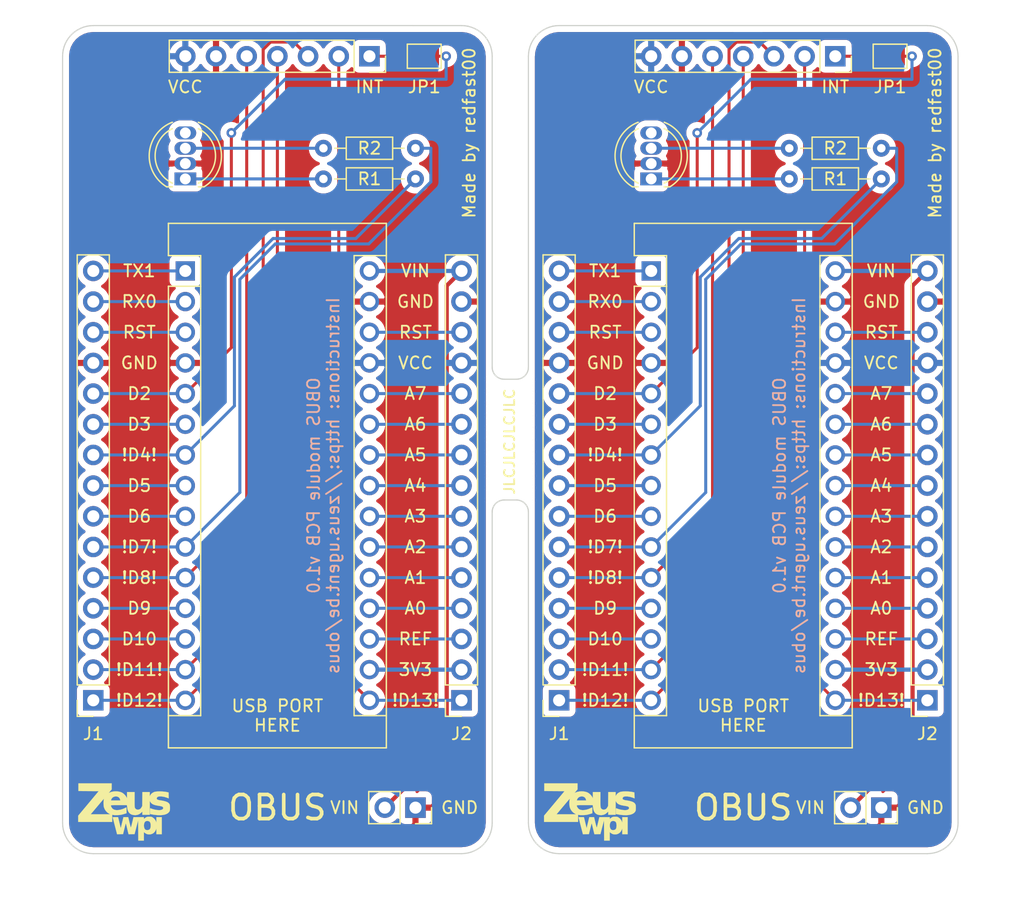
<source format=kicad_pcb>
(kicad_pcb (version 20171130) (host pcbnew 5.1.9)
  (layers (0 F.Cu signal) (31 B.Cu signal) (34 B.Paste user) (35 F.Paste user) (36 B.SilkS user) (37 F.SilkS user) (38 B.Mask user) (39 F.Mask user) (44 Edge.Cuts user))
  (net 0 "")
  (net 1 Board_1-+3V3)
  (net 2 Board_1-+5V)
  (net 3 Board_1-GND)
  (net 4 "Board_1-Net-(A1-Pad1)")
  (net 5 "Board_1-Net-(A1-Pad10)")
  (net 6 "Board_1-Net-(A1-Pad11)")
  (net 7 "Board_1-Net-(A1-Pad12)")
  (net 8 "Board_1-Net-(A1-Pad13)")
  (net 9 "Board_1-Net-(A1-Pad14)")
  (net 10 "Board_1-Net-(A1-Pad15)")
  (net 11 "Board_1-Net-(A1-Pad16)")
  (net 12 "Board_1-Net-(A1-Pad18)")
  (net 13 "Board_1-Net-(A1-Pad19)")
  (net 14 "Board_1-Net-(A1-Pad2)")
  (net 15 "Board_1-Net-(A1-Pad20)")
  (net 16 "Board_1-Net-(A1-Pad21)")
  (net 17 "Board_1-Net-(A1-Pad22)")
  (net 18 "Board_1-Net-(A1-Pad23)")
  (net 19 "Board_1-Net-(A1-Pad24)")
  (net 20 "Board_1-Net-(A1-Pad25)")
  (net 21 "Board_1-Net-(A1-Pad26)")
  (net 22 "Board_1-Net-(A1-Pad28)")
  (net 23 "Board_1-Net-(A1-Pad3)")
  (net 24 "Board_1-Net-(A1-Pad5)")
  (net 25 "Board_1-Net-(A1-Pad6)")
  (net 26 "Board_1-Net-(A1-Pad7)")
  (net 27 "Board_1-Net-(A1-Pad8)")
  (net 28 "Board_1-Net-(A1-Pad9)")
  (net 29 "Board_1-Net-(D1-Pad1)")
  (net 30 "Board_1-Net-(D1-Pad3)")
  (net 31 "Board_1-Net-(J4-Pad1)")
  (net 32 Board_1-VCC)
  (net 33 Board_2-+3V3)
  (net 34 Board_2-+5V)
  (net 35 Board_2-GND)
  (net 36 "Board_2-Net-(A1-Pad1)")
  (net 37 "Board_2-Net-(A1-Pad10)")
  (net 38 "Board_2-Net-(A1-Pad11)")
  (net 39 "Board_2-Net-(A1-Pad12)")
  (net 40 "Board_2-Net-(A1-Pad13)")
  (net 41 "Board_2-Net-(A1-Pad14)")
  (net 42 "Board_2-Net-(A1-Pad15)")
  (net 43 "Board_2-Net-(A1-Pad16)")
  (net 44 "Board_2-Net-(A1-Pad18)")
  (net 45 "Board_2-Net-(A1-Pad19)")
  (net 46 "Board_2-Net-(A1-Pad2)")
  (net 47 "Board_2-Net-(A1-Pad20)")
  (net 48 "Board_2-Net-(A1-Pad21)")
  (net 49 "Board_2-Net-(A1-Pad22)")
  (net 50 "Board_2-Net-(A1-Pad23)")
  (net 51 "Board_2-Net-(A1-Pad24)")
  (net 52 "Board_2-Net-(A1-Pad25)")
  (net 53 "Board_2-Net-(A1-Pad26)")
  (net 54 "Board_2-Net-(A1-Pad28)")
  (net 55 "Board_2-Net-(A1-Pad3)")
  (net 56 "Board_2-Net-(A1-Pad5)")
  (net 57 "Board_2-Net-(A1-Pad6)")
  (net 58 "Board_2-Net-(A1-Pad7)")
  (net 59 "Board_2-Net-(A1-Pad8)")
  (net 60 "Board_2-Net-(A1-Pad9)")
  (net 61 "Board_2-Net-(D1-Pad1)")
  (net 62 "Board_2-Net-(D1-Pad3)")
  (net 63 "Board_2-Net-(J4-Pad1)")
  (net 64 Board_2-VCC)
  (module NPTH (layer F.Cu) (at 88.809005 79.290004)
    (fp_text reference REF** hide)
    (fp_text value NPTH hide)
    (pad "" np_thru_hole circle (at 0 0) (size 0.5 0.5) (drill 0.5) (layers *.Cu))
  )
  (module NPTH (layer F.Cu) (at 88.809005 80.290004)
    (fp_text reference REF** hide)
    (fp_text value NPTH hide)
    (pad "" np_thru_hole circle (at 0 0) (size 0.5 0.5) (drill 0.5) (layers *.Cu))
  )
  (module NPTH (layer F.Cu) (at 88.809005 81.290004)
    (fp_text reference REF** hide)
    (fp_text value NPTH hide)
    (pad "" np_thru_hole circle (at 0 0) (size 0.5 0.5) (drill 0.5) (layers *.Cu))
  )
  (module NPTH (layer F.Cu) (at 88.809005 82.290004)
    (fp_text reference REF** hide)
    (fp_text value NPTH hide)
    (pad "" np_thru_hole circle (at 0 0) (size 0.5 0.5) (drill 0.5) (layers *.Cu))
  )
  (module NPTH (layer F.Cu) (at 88.809005 83.290004)
    (fp_text reference REF** hide)
    (fp_text value NPTH hide)
    (pad "" np_thru_hole circle (at 0 0) (size 0.5 0.5) (drill 0.5) (layers *.Cu))
  )
  (module NPTH (layer F.Cu) (at 88.809004 84.290004)
    (fp_text reference REF** hide)
    (fp_text value NPTH hide)
    (pad "" np_thru_hole circle (at 0 0) (size 0.5 0.5) (drill 0.5) (layers *.Cu))
  )
  (module NPTH (layer F.Cu) (at 88.809004 85.290004)
    (fp_text reference REF** hide)
    (fp_text value NPTH hide)
    (pad "" np_thru_hole circle (at 0 0) (size 0.5 0.5) (drill 0.5) (layers *.Cu))
  )
  (module NPTH (layer F.Cu) (at 88.809004 86.290004)
    (fp_text reference REF** hide)
    (fp_text value NPTH hide)
    (pad "" np_thru_hole circle (at 0 0) (size 0.5 0.5) (drill 0.5) (layers *.Cu))
  )
  (module NPTH (layer F.Cu) (at 88.809004 87.290004)
    (fp_text reference REF** hide)
    (fp_text value NPTH hide)
    (pad "" np_thru_hole circle (at 0 0) (size 0.5 0.5) (drill 0.5) (layers *.Cu))
  )
  (module NPTH (layer F.Cu) (at 88.809004 88.290004)
    (fp_text reference REF** hide)
    (fp_text value NPTH hide)
    (pad "" np_thru_hole circle (at 0 0) (size 0.5 0.5) (drill 0.5) (layers *.Cu))
  )
  (module NPTH (layer F.Cu) (at 88.809004 89.290004)
    (fp_text reference REF** hide)
    (fp_text value NPTH hide)
    (pad "" np_thru_hole circle (at 0 0) (size 0.5 0.5) (drill 0.5) (layers *.Cu))
  )
  (module NPTH (layer F.Cu) (at 85.311 89.290004)
    (fp_text reference REF** hide)
    (fp_text value NPTH hide)
    (pad "" np_thru_hole circle (at 0 0) (size 0.5 0.5) (drill 0.5) (layers *.Cu))
  )
  (module NPTH (layer F.Cu) (at 85.311 88.290004)
    (fp_text reference REF** hide)
    (fp_text value NPTH hide)
    (pad "" np_thru_hole circle (at 0 0) (size 0.5 0.5) (drill 0.5) (layers *.Cu))
  )
  (module NPTH (layer F.Cu) (at 85.311 87.290004)
    (fp_text reference REF** hide)
    (fp_text value NPTH hide)
    (pad "" np_thru_hole circle (at 0 0) (size 0.5 0.5) (drill 0.5) (layers *.Cu))
  )
  (module NPTH (layer F.Cu) (at 85.311 86.290004)
    (fp_text reference REF** hide)
    (fp_text value NPTH hide)
    (pad "" np_thru_hole circle (at 0 0) (size 0.5 0.5) (drill 0.5) (layers *.Cu))
  )
  (module NPTH (layer F.Cu) (at 85.311 85.290004)
    (fp_text reference REF** hide)
    (fp_text value NPTH hide)
    (pad "" np_thru_hole circle (at 0 0) (size 0.5 0.5) (drill 0.5) (layers *.Cu))
  )
  (module NPTH (layer F.Cu) (at 85.311 84.290004)
    (fp_text reference REF** hide)
    (fp_text value NPTH hide)
    (pad "" np_thru_hole circle (at 0 0) (size 0.5 0.5) (drill 0.5) (layers *.Cu))
  )
  (module NPTH (layer F.Cu) (at 85.311 83.290004)
    (fp_text reference REF** hide)
    (fp_text value NPTH hide)
    (pad "" np_thru_hole circle (at 0 0) (size 0.5 0.5) (drill 0.5) (layers *.Cu))
  )
  (module NPTH (layer F.Cu) (at 85.311 82.290004)
    (fp_text reference REF** hide)
    (fp_text value NPTH hide)
    (pad "" np_thru_hole circle (at 0 0) (size 0.5 0.5) (drill 0.5) (layers *.Cu))
  )
  (module NPTH (layer F.Cu) (at 85.311 81.290004)
    (fp_text reference REF** hide)
    (fp_text value NPTH hide)
    (pad "" np_thru_hole circle (at 0 0) (size 0.5 0.5) (drill 0.5) (layers *.Cu))
  )
  (module NPTH (layer F.Cu) (at 85.311 80.290004)
    (fp_text reference REF** hide)
    (fp_text value NPTH hide)
    (pad "" np_thru_hole circle (at 0 0) (size 0.5 0.5) (drill 0.5) (layers *.Cu))
  )
  (module NPTH (layer F.Cu) (at 85.311 79.290004)
    (fp_text reference REF** hide)
    (fp_text value NPTH hide)
    (pad "" np_thru_hole circle (at 0 0) (size 0.5 0.5) (drill 0.5) (layers *.Cu))
  )
  (module Zeusbadge:logo_small (layer F.Cu) (at 93.64001 116.548001)
    (fp_text reference U1 hide)
    (fp_text value CAN_MODULE hide)
  )
  (module Connector_PinSocket_2.54mm:PinSocket_1x02_P2.54mm_Vertical (layer F.Cu) (at 117.77001 114.770001 270)
    (fp_text reference J3 hide)
    (fp_text value Conn_01x02_Female)
    (pad 2 thru_hole oval (at 0 2.54 270) (size 1.7 1.7) (drill 1) (layers *.Cu *.Mask) (net 34 Board_2-+5V))
    (pad 1 thru_hole rect (at 0 0 270) (size 1.7 1.7) (drill 1) (layers *.Cu *.Mask) (net 35 Board_2-GND))
  )
  (module Connector_PinSocket_2.54mm:PinSocket_1x15_P2.54mm_Vertical (layer F.Cu) (at 121.58001 105.880001 180)
    (fp_text reference J2 (at 0 -2.77) (layer F.SilkS))
    (fp_text value Conn_01x15_Female)
    (pad 15 thru_hole oval (at 0 35.56 180) (size 1.7 1.7) (drill 1) (layers *.Cu *.Mask) (net 34 Board_2-+5V))
    (pad 14 thru_hole oval (at 0 33.02 180) (size 1.7 1.7) (drill 1) (layers *.Cu *.Mask) (net 35 Board_2-GND))
    (pad 13 thru_hole oval (at 0 30.48 180) (size 1.7 1.7) (drill 1) (layers *.Cu *.Mask) (net 54 "Board_2-Net-(A1-Pad28)"))
    (pad 12 thru_hole oval (at 0 27.94 180) (size 1.7 1.7) (drill 1) (layers *.Cu *.Mask) (net 64 Board_2-VCC))
    (pad 11 thru_hole oval (at 0 25.4 180) (size 1.7 1.7) (drill 1) (layers *.Cu *.Mask) (net 53 "Board_2-Net-(A1-Pad26)"))
    (pad 10 thru_hole oval (at 0 22.86 180) (size 1.7 1.7) (drill 1) (layers *.Cu *.Mask) (net 52 "Board_2-Net-(A1-Pad25)"))
    (pad 9 thru_hole oval (at 0 20.32 180) (size 1.7 1.7) (drill 1) (layers *.Cu *.Mask) (net 51 "Board_2-Net-(A1-Pad24)"))
    (pad 8 thru_hole oval (at 0 17.78 180) (size 1.7 1.7) (drill 1) (layers *.Cu *.Mask) (net 50 "Board_2-Net-(A1-Pad23)"))
    (pad 7 thru_hole oval (at 0 15.24 180) (size 1.7 1.7) (drill 1) (layers *.Cu *.Mask) (net 49 "Board_2-Net-(A1-Pad22)"))
    (pad 6 thru_hole oval (at 0 12.7 180) (size 1.7 1.7) (drill 1) (layers *.Cu *.Mask) (net 48 "Board_2-Net-(A1-Pad21)"))
    (pad 5 thru_hole oval (at 0 10.16 180) (size 1.7 1.7) (drill 1) (layers *.Cu *.Mask) (net 47 "Board_2-Net-(A1-Pad20)"))
    (pad 4 thru_hole oval (at 0 7.62 180) (size 1.7 1.7) (drill 1) (layers *.Cu *.Mask) (net 45 "Board_2-Net-(A1-Pad19)"))
    (pad 3 thru_hole oval (at 0 5.08 180) (size 1.7 1.7) (drill 1) (layers *.Cu *.Mask) (net 44 "Board_2-Net-(A1-Pad18)"))
    (pad 2 thru_hole oval (at 0 2.54 180) (size 1.7 1.7) (drill 1) (layers *.Cu *.Mask) (net 33 Board_2-+3V3))
    (pad 1 thru_hole rect (at 0 0 180) (size 1.7 1.7) (drill 1) (layers *.Cu *.Mask) (net 43 "Board_2-Net-(A1-Pad16)"))
  )
  (module Connector_PinSocket_2.54mm:PinSocket_1x15_P2.54mm_Vertical (layer F.Cu) (at 91.10001 105.880001 180)
    (fp_text reference J1 (at 0 -2.77) (layer F.SilkS))
    (fp_text value Conn_01x15_Female)
    (pad 1 thru_hole rect (at 0 0 180) (size 1.7 1.7) (drill 1) (layers *.Cu *.Mask) (net 42 "Board_2-Net-(A1-Pad15)"))
    (pad 2 thru_hole oval (at 0 2.54 180) (size 1.7 1.7) (drill 1) (layers *.Cu *.Mask) (net 41 "Board_2-Net-(A1-Pad14)"))
    (pad 3 thru_hole oval (at 0 5.08 180) (size 1.7 1.7) (drill 1) (layers *.Cu *.Mask) (net 40 "Board_2-Net-(A1-Pad13)"))
    (pad 4 thru_hole oval (at 0 7.62 180) (size 1.7 1.7) (drill 1) (layers *.Cu *.Mask) (net 39 "Board_2-Net-(A1-Pad12)"))
    (pad 5 thru_hole oval (at 0 10.16 180) (size 1.7 1.7) (drill 1) (layers *.Cu *.Mask) (net 38 "Board_2-Net-(A1-Pad11)"))
    (pad 6 thru_hole oval (at 0 12.7 180) (size 1.7 1.7) (drill 1) (layers *.Cu *.Mask) (net 37 "Board_2-Net-(A1-Pad10)"))
    (pad 7 thru_hole oval (at 0 15.24 180) (size 1.7 1.7) (drill 1) (layers *.Cu *.Mask) (net 60 "Board_2-Net-(A1-Pad9)"))
    (pad 8 thru_hole oval (at 0 17.78 180) (size 1.7 1.7) (drill 1) (layers *.Cu *.Mask) (net 59 "Board_2-Net-(A1-Pad8)"))
    (pad 9 thru_hole oval (at 0 20.32 180) (size 1.7 1.7) (drill 1) (layers *.Cu *.Mask) (net 58 "Board_2-Net-(A1-Pad7)"))
    (pad 10 thru_hole oval (at 0 22.86 180) (size 1.7 1.7) (drill 1) (layers *.Cu *.Mask) (net 57 "Board_2-Net-(A1-Pad6)"))
    (pad 11 thru_hole oval (at 0 25.4 180) (size 1.7 1.7) (drill 1) (layers *.Cu *.Mask) (net 56 "Board_2-Net-(A1-Pad5)"))
    (pad 12 thru_hole oval (at 0 27.94 180) (size 1.7 1.7) (drill 1) (layers *.Cu *.Mask) (net 35 Board_2-GND))
    (pad 13 thru_hole oval (at 0 30.48 180) (size 1.7 1.7) (drill 1) (layers *.Cu *.Mask) (net 55 "Board_2-Net-(A1-Pad3)"))
    (pad 14 thru_hole oval (at 0 33.02 180) (size 1.7 1.7) (drill 1) (layers *.Cu *.Mask) (net 46 "Board_2-Net-(A1-Pad2)"))
    (pad 15 thru_hole oval (at 0 35.56 180) (size 1.7 1.7) (drill 1) (layers *.Cu *.Mask) (net 36 "Board_2-Net-(A1-Pad1)"))
  )
  (module Jumper:SolderJumper-2_P1.3mm_Open_TrianglePad1.0x1.5mm (layer F.Cu) (at 118.49501 52.540001 180)
    (fp_text reference JP1 (at 0 -2.54) (layer F.SilkS))
    (fp_text value Jumper_NO_Small)
    (pad 1 smd custom (at -0.725 0 180) (size 0.3 0.3) (layers F.Cu F.Mask) (net 56 "Board_2-Net-(A1-Pad5)") (options (clearance outline) (anchor rect)) (primitives (gr_poly (pts (xy -0.5 -0.75) (xy 0.5 -0.75) (xy 1 0) (xy 0.5 0.75) (xy -0.5 0.75)) (width 0))))
    (pad 2 smd custom (at 0.725 0 180) (size 0.3 0.3) (layers F.Cu F.Mask) (net 63 "Board_2-Net-(J4-Pad1)") (options (clearance outline) (anchor rect)) (primitives (gr_poly (pts (xy -0.65 -0.75) (xy 0.5 -0.75) (xy 0.5 0.75) (xy -0.65 0.75) (xy -0.15 0)) (width 0))))
  )
  (module Connector_PinSocket_2.54mm:PinSocket_1x07_P2.54mm_Vertical (layer F.Cu) (at 113.96001 52.540001 270)
    (fp_text reference J4 hide)
    (fp_text value Conn_01x07_Female)
    (pad 7 thru_hole oval (at 0 15.24 270) (size 1.7 1.7) (drill 1) (layers *.Cu *.Mask) (net 64 Board_2-VCC))
    (pad 6 thru_hole oval (at 0 12.7 270) (size 1.7 1.7) (drill 1) (layers *.Cu *.Mask) (net 35 Board_2-GND))
    (pad 5 thru_hole oval (at 0 10.16 270) (size 1.7 1.7) (drill 1) (layers *.Cu *.Mask) (net 38 "Board_2-Net-(A1-Pad11)"))
    (pad 4 thru_hole oval (at 0 7.62 270) (size 1.7 1.7) (drill 1) (layers *.Cu *.Mask) (net 42 "Board_2-Net-(A1-Pad15)"))
    (pad 3 thru_hole oval (at 0 5.08 270) (size 1.7 1.7) (drill 1) (layers *.Cu *.Mask) (net 41 "Board_2-Net-(A1-Pad14)"))
    (pad 2 thru_hole oval (at 0 2.54 270) (size 1.7 1.7) (drill 1) (layers *.Cu *.Mask) (net 43 "Board_2-Net-(A1-Pad16)"))
    (pad 1 thru_hole rect (at 0 0 270) (size 1.7 1.7) (drill 1) (layers *.Cu *.Mask) (net 63 "Board_2-Net-(J4-Pad1)"))
  )
  (module Resistor_THT:R_Axial_DIN0204_L3.6mm_D1.6mm_P7.62mm_Horizontal (layer F.Cu) (at 110.15001 60.160001)
    (fp_text reference R2 (at 3.81 0) (layer F.SilkS))
    (fp_text value 330)
    (pad 2 thru_hole oval (at 7.62 0) (size 1.4 1.4) (drill 0.7) (layers *.Cu *.Mask) (net 37 "Board_2-Net-(A1-Pad10)"))
    (pad 1 thru_hole circle (at 0 0) (size 1.4 1.4) (drill 0.7) (layers *.Cu *.Mask) (net 62 "Board_2-Net-(D1-Pad3)"))
  )
  (module Resistor_THT:R_Axial_DIN0204_L3.6mm_D1.6mm_P7.62mm_Horizontal (layer F.Cu) (at 110.15001 62.700001)
    (fp_text reference R1 (at 3.81 0) (layer F.SilkS))
    (fp_text value 330)
    (pad 1 thru_hole circle (at 0 0) (size 1.4 1.4) (drill 0.7) (layers *.Cu *.Mask) (net 61 "Board_2-Net-(D1-Pad1)"))
    (pad 2 thru_hole oval (at 7.62 0) (size 1.4 1.4) (drill 0.7) (layers *.Cu *.Mask) (net 58 "Board_2-Net-(A1-Pad7)"))
  )
  (module LED_THT:LED_D5.0mm-4_RGB (layer F.Cu) (at 98.72001 62.700001 90)
    (fp_text reference D1 hide)
    (fp_text value LED_RCGB)
    (pad 4 thru_hole oval (at 3.81 0 90) (size 1.07 1.8) (drill 0.9) (layers *.Cu *.Mask))
    (pad 3 thru_hole oval (at 2.54 0 90) (size 1.07 1.8) (drill 0.9) (layers *.Cu *.Mask) (net 62 "Board_2-Net-(D1-Pad3)"))
    (pad 2 thru_hole oval (at 1.27 0 90) (size 1.07 1.8) (drill 0.9) (layers *.Cu *.Mask) (net 35 Board_2-GND))
    (pad 1 thru_hole rect (at 0 0 90) (size 1.07 1.8) (drill 0.9) (layers *.Cu *.Mask) (net 61 "Board_2-Net-(D1-Pad1)"))
  )
  (module Module:Arduino_Nano (layer F.Cu) (at 98.72001 70.320001)
    (fp_text reference A1 hide)
    (fp_text value Arduino_Nano_v3.x)
    (pad 16 thru_hole oval (at 15.24 35.56) (size 1.6 1.6) (drill 1) (layers *.Cu *.Mask) (net 43 "Board_2-Net-(A1-Pad16)"))
    (pad 15 thru_hole oval (at 0 35.56) (size 1.6 1.6) (drill 1) (layers *.Cu *.Mask) (net 42 "Board_2-Net-(A1-Pad15)"))
    (pad 30 thru_hole oval (at 15.24 0) (size 1.6 1.6) (drill 1) (layers *.Cu *.Mask) (net 34 Board_2-+5V))
    (pad 14 thru_hole oval (at 0 33.02) (size 1.6 1.6) (drill 1) (layers *.Cu *.Mask) (net 41 "Board_2-Net-(A1-Pad14)"))
    (pad 29 thru_hole oval (at 15.24 2.54) (size 1.6 1.6) (drill 1) (layers *.Cu *.Mask) (net 35 Board_2-GND))
    (pad 13 thru_hole oval (at 0 30.48) (size 1.6 1.6) (drill 1) (layers *.Cu *.Mask) (net 40 "Board_2-Net-(A1-Pad13)"))
    (pad 28 thru_hole oval (at 15.24 5.08) (size 1.6 1.6) (drill 1) (layers *.Cu *.Mask) (net 54 "Board_2-Net-(A1-Pad28)"))
    (pad 12 thru_hole oval (at 0 27.94) (size 1.6 1.6) (drill 1) (layers *.Cu *.Mask) (net 39 "Board_2-Net-(A1-Pad12)"))
    (pad 27 thru_hole oval (at 15.24 7.62) (size 1.6 1.6) (drill 1) (layers *.Cu *.Mask) (net 64 Board_2-VCC))
    (pad 11 thru_hole oval (at 0 25.4) (size 1.6 1.6) (drill 1) (layers *.Cu *.Mask) (net 38 "Board_2-Net-(A1-Pad11)"))
    (pad 26 thru_hole oval (at 15.24 10.16) (size 1.6 1.6) (drill 1) (layers *.Cu *.Mask) (net 53 "Board_2-Net-(A1-Pad26)"))
    (pad 10 thru_hole oval (at 0 22.86) (size 1.6 1.6) (drill 1) (layers *.Cu *.Mask) (net 37 "Board_2-Net-(A1-Pad10)"))
    (pad 25 thru_hole oval (at 15.24 12.7) (size 1.6 1.6) (drill 1) (layers *.Cu *.Mask) (net 52 "Board_2-Net-(A1-Pad25)"))
    (pad 9 thru_hole oval (at 0 20.32) (size 1.6 1.6) (drill 1) (layers *.Cu *.Mask) (net 60 "Board_2-Net-(A1-Pad9)"))
    (pad 24 thru_hole oval (at 15.24 15.24) (size 1.6 1.6) (drill 1) (layers *.Cu *.Mask) (net 51 "Board_2-Net-(A1-Pad24)"))
    (pad 8 thru_hole oval (at 0 17.78) (size 1.6 1.6) (drill 1) (layers *.Cu *.Mask) (net 59 "Board_2-Net-(A1-Pad8)"))
    (pad 23 thru_hole oval (at 15.24 17.78) (size 1.6 1.6) (drill 1) (layers *.Cu *.Mask) (net 50 "Board_2-Net-(A1-Pad23)"))
    (pad 7 thru_hole oval (at 0 15.24) (size 1.6 1.6) (drill 1) (layers *.Cu *.Mask) (net 58 "Board_2-Net-(A1-Pad7)"))
    (pad 22 thru_hole oval (at 15.24 20.32) (size 1.6 1.6) (drill 1) (layers *.Cu *.Mask) (net 49 "Board_2-Net-(A1-Pad22)"))
    (pad 6 thru_hole oval (at 0 12.7) (size 1.6 1.6) (drill 1) (layers *.Cu *.Mask) (net 57 "Board_2-Net-(A1-Pad6)"))
    (pad 21 thru_hole oval (at 15.24 22.86) (size 1.6 1.6) (drill 1) (layers *.Cu *.Mask) (net 48 "Board_2-Net-(A1-Pad21)"))
    (pad 5 thru_hole oval (at 0 10.16) (size 1.6 1.6) (drill 1) (layers *.Cu *.Mask) (net 56 "Board_2-Net-(A1-Pad5)"))
    (pad 20 thru_hole oval (at 15.24 25.4) (size 1.6 1.6) (drill 1) (layers *.Cu *.Mask) (net 47 "Board_2-Net-(A1-Pad20)"))
    (pad 4 thru_hole oval (at 0 7.62) (size 1.6 1.6) (drill 1) (layers *.Cu *.Mask) (net 35 Board_2-GND))
    (pad 19 thru_hole oval (at 15.24 27.94) (size 1.6 1.6) (drill 1) (layers *.Cu *.Mask) (net 45 "Board_2-Net-(A1-Pad19)"))
    (pad 3 thru_hole oval (at 0 5.08) (size 1.6 1.6) (drill 1) (layers *.Cu *.Mask) (net 55 "Board_2-Net-(A1-Pad3)"))
    (pad 18 thru_hole oval (at 15.24 30.48) (size 1.6 1.6) (drill 1) (layers *.Cu *.Mask) (net 44 "Board_2-Net-(A1-Pad18)"))
    (pad 2 thru_hole oval (at 0 2.54) (size 1.6 1.6) (drill 1) (layers *.Cu *.Mask) (net 46 "Board_2-Net-(A1-Pad2)"))
    (pad 17 thru_hole oval (at 15.24 33.02) (size 1.6 1.6) (drill 1) (layers *.Cu *.Mask) (net 33 Board_2-+3V3))
    (pad 1 thru_hole rect (at 0 0) (size 1.6 1.6) (drill 1) (layers *.Cu *.Mask) (net 36 "Board_2-Net-(A1-Pad1)"))
  )
  (module Zeusbadge:logo_small (layer F.Cu) (at 55.080001 116.548001)
    (fp_text reference U1 hide)
    (fp_text value CAN_MODULE hide)
  )
  (module Connector_PinSocket_2.54mm:PinSocket_1x02_P2.54mm_Vertical (layer F.Cu) (at 79.210001 114.770001 270)
    (fp_text reference J3 hide)
    (fp_text value Conn_01x02_Female)
    (pad 2 thru_hole oval (at 0 2.54 270) (size 1.7 1.7) (drill 1) (layers *.Cu *.Mask) (net 2 Board_1-+5V))
    (pad 1 thru_hole rect (at 0 0 270) (size 1.7 1.7) (drill 1) (layers *.Cu *.Mask) (net 3 Board_1-GND))
  )
  (module Connector_PinSocket_2.54mm:PinSocket_1x15_P2.54mm_Vertical (layer F.Cu) (at 83.020001 105.880001 180)
    (fp_text reference J2 (at 0 -2.77) (layer F.SilkS))
    (fp_text value Conn_01x15_Female)
    (pad 15 thru_hole oval (at 0 35.56 180) (size 1.7 1.7) (drill 1) (layers *.Cu *.Mask) (net 2 Board_1-+5V))
    (pad 14 thru_hole oval (at 0 33.02 180) (size 1.7 1.7) (drill 1) (layers *.Cu *.Mask) (net 3 Board_1-GND))
    (pad 13 thru_hole oval (at 0 30.48 180) (size 1.7 1.7) (drill 1) (layers *.Cu *.Mask) (net 22 "Board_1-Net-(A1-Pad28)"))
    (pad 12 thru_hole oval (at 0 27.94 180) (size 1.7 1.7) (drill 1) (layers *.Cu *.Mask) (net 32 Board_1-VCC))
    (pad 11 thru_hole oval (at 0 25.4 180) (size 1.7 1.7) (drill 1) (layers *.Cu *.Mask) (net 21 "Board_1-Net-(A1-Pad26)"))
    (pad 10 thru_hole oval (at 0 22.86 180) (size 1.7 1.7) (drill 1) (layers *.Cu *.Mask) (net 20 "Board_1-Net-(A1-Pad25)"))
    (pad 9 thru_hole oval (at 0 20.32 180) (size 1.7 1.7) (drill 1) (layers *.Cu *.Mask) (net 19 "Board_1-Net-(A1-Pad24)"))
    (pad 8 thru_hole oval (at 0 17.78 180) (size 1.7 1.7) (drill 1) (layers *.Cu *.Mask) (net 18 "Board_1-Net-(A1-Pad23)"))
    (pad 7 thru_hole oval (at 0 15.24 180) (size 1.7 1.7) (drill 1) (layers *.Cu *.Mask) (net 17 "Board_1-Net-(A1-Pad22)"))
    (pad 6 thru_hole oval (at 0 12.7 180) (size 1.7 1.7) (drill 1) (layers *.Cu *.Mask) (net 16 "Board_1-Net-(A1-Pad21)"))
    (pad 5 thru_hole oval (at 0 10.16 180) (size 1.7 1.7) (drill 1) (layers *.Cu *.Mask) (net 15 "Board_1-Net-(A1-Pad20)"))
    (pad 4 thru_hole oval (at 0 7.62 180) (size 1.7 1.7) (drill 1) (layers *.Cu *.Mask) (net 13 "Board_1-Net-(A1-Pad19)"))
    (pad 3 thru_hole oval (at 0 5.08 180) (size 1.7 1.7) (drill 1) (layers *.Cu *.Mask) (net 12 "Board_1-Net-(A1-Pad18)"))
    (pad 2 thru_hole oval (at 0 2.54 180) (size 1.7 1.7) (drill 1) (layers *.Cu *.Mask) (net 1 Board_1-+3V3))
    (pad 1 thru_hole rect (at 0 0 180) (size 1.7 1.7) (drill 1) (layers *.Cu *.Mask) (net 11 "Board_1-Net-(A1-Pad16)"))
  )
  (module Connector_PinSocket_2.54mm:PinSocket_1x15_P2.54mm_Vertical (layer F.Cu) (at 52.540001 105.880001 180)
    (fp_text reference J1 (at 0 -2.77) (layer F.SilkS))
    (fp_text value Conn_01x15_Female)
    (pad 1 thru_hole rect (at 0 0 180) (size 1.7 1.7) (drill 1) (layers *.Cu *.Mask) (net 10 "Board_1-Net-(A1-Pad15)"))
    (pad 2 thru_hole oval (at 0 2.54 180) (size 1.7 1.7) (drill 1) (layers *.Cu *.Mask) (net 9 "Board_1-Net-(A1-Pad14)"))
    (pad 3 thru_hole oval (at 0 5.08 180) (size 1.7 1.7) (drill 1) (layers *.Cu *.Mask) (net 8 "Board_1-Net-(A1-Pad13)"))
    (pad 4 thru_hole oval (at 0 7.62 180) (size 1.7 1.7) (drill 1) (layers *.Cu *.Mask) (net 7 "Board_1-Net-(A1-Pad12)"))
    (pad 5 thru_hole oval (at 0 10.16 180) (size 1.7 1.7) (drill 1) (layers *.Cu *.Mask) (net 6 "Board_1-Net-(A1-Pad11)"))
    (pad 6 thru_hole oval (at 0 12.7 180) (size 1.7 1.7) (drill 1) (layers *.Cu *.Mask) (net 5 "Board_1-Net-(A1-Pad10)"))
    (pad 7 thru_hole oval (at 0 15.24 180) (size 1.7 1.7) (drill 1) (layers *.Cu *.Mask) (net 28 "Board_1-Net-(A1-Pad9)"))
    (pad 8 thru_hole oval (at 0 17.78 180) (size 1.7 1.7) (drill 1) (layers *.Cu *.Mask) (net 27 "Board_1-Net-(A1-Pad8)"))
    (pad 9 thru_hole oval (at 0 20.32 180) (size 1.7 1.7) (drill 1) (layers *.Cu *.Mask) (net 26 "Board_1-Net-(A1-Pad7)"))
    (pad 10 thru_hole oval (at 0 22.86 180) (size 1.7 1.7) (drill 1) (layers *.Cu *.Mask) (net 25 "Board_1-Net-(A1-Pad6)"))
    (pad 11 thru_hole oval (at 0 25.4 180) (size 1.7 1.7) (drill 1) (layers *.Cu *.Mask) (net 24 "Board_1-Net-(A1-Pad5)"))
    (pad 12 thru_hole oval (at 0 27.94 180) (size 1.7 1.7) (drill 1) (layers *.Cu *.Mask) (net 3 Board_1-GND))
    (pad 13 thru_hole oval (at 0 30.48 180) (size 1.7 1.7) (drill 1) (layers *.Cu *.Mask) (net 23 "Board_1-Net-(A1-Pad3)"))
    (pad 14 thru_hole oval (at 0 33.02 180) (size 1.7 1.7) (drill 1) (layers *.Cu *.Mask) (net 14 "Board_1-Net-(A1-Pad2)"))
    (pad 15 thru_hole oval (at 0 35.56 180) (size 1.7 1.7) (drill 1) (layers *.Cu *.Mask) (net 4 "Board_1-Net-(A1-Pad1)"))
  )
  (module Jumper:SolderJumper-2_P1.3mm_Open_TrianglePad1.0x1.5mm (layer F.Cu) (at 79.935001 52.540001 180)
    (fp_text reference JP1 (at 0 -2.54) (layer F.SilkS))
    (fp_text value Jumper_NO_Small)
    (pad 1 smd custom (at -0.725 0 180) (size 0.3 0.3) (layers F.Cu F.Mask) (net 24 "Board_1-Net-(A1-Pad5)") (options (clearance outline) (anchor rect)) (primitives (gr_poly (pts (xy -0.5 -0.75) (xy 0.5 -0.75) (xy 1 0) (xy 0.5 0.75) (xy -0.5 0.75)) (width 0))))
    (pad 2 smd custom (at 0.725 0 180) (size 0.3 0.3) (layers F.Cu F.Mask) (net 31 "Board_1-Net-(J4-Pad1)") (options (clearance outline) (anchor rect)) (primitives (gr_poly (pts (xy -0.65 -0.75) (xy 0.5 -0.75) (xy 0.5 0.75) (xy -0.65 0.75) (xy -0.15 0)) (width 0))))
  )
  (module Connector_PinSocket_2.54mm:PinSocket_1x07_P2.54mm_Vertical (layer F.Cu) (at 75.400001 52.540001 270)
    (fp_text reference J4 hide)
    (fp_text value Conn_01x07_Female)
    (pad 7 thru_hole oval (at 0 15.24 270) (size 1.7 1.7) (drill 1) (layers *.Cu *.Mask) (net 32 Board_1-VCC))
    (pad 6 thru_hole oval (at 0 12.7 270) (size 1.7 1.7) (drill 1) (layers *.Cu *.Mask) (net 3 Board_1-GND))
    (pad 5 thru_hole oval (at 0 10.16 270) (size 1.7 1.7) (drill 1) (layers *.Cu *.Mask) (net 6 "Board_1-Net-(A1-Pad11)"))
    (pad 4 thru_hole oval (at 0 7.62 270) (size 1.7 1.7) (drill 1) (layers *.Cu *.Mask) (net 10 "Board_1-Net-(A1-Pad15)"))
    (pad 3 thru_hole oval (at 0 5.08 270) (size 1.7 1.7) (drill 1) (layers *.Cu *.Mask) (net 9 "Board_1-Net-(A1-Pad14)"))
    (pad 2 thru_hole oval (at 0 2.54 270) (size 1.7 1.7) (drill 1) (layers *.Cu *.Mask) (net 11 "Board_1-Net-(A1-Pad16)"))
    (pad 1 thru_hole rect (at 0 0 270) (size 1.7 1.7) (drill 1) (layers *.Cu *.Mask) (net 31 "Board_1-Net-(J4-Pad1)"))
  )
  (module Resistor_THT:R_Axial_DIN0204_L3.6mm_D1.6mm_P7.62mm_Horizontal (layer F.Cu) (at 71.590001 60.160001)
    (fp_text reference R2 (at 3.81 0) (layer F.SilkS))
    (fp_text value 330)
    (pad 2 thru_hole oval (at 7.62 0) (size 1.4 1.4) (drill 0.7) (layers *.Cu *.Mask) (net 5 "Board_1-Net-(A1-Pad10)"))
    (pad 1 thru_hole circle (at 0 0) (size 1.4 1.4) (drill 0.7) (layers *.Cu *.Mask) (net 30 "Board_1-Net-(D1-Pad3)"))
  )
  (module Resistor_THT:R_Axial_DIN0204_L3.6mm_D1.6mm_P7.62mm_Horizontal (layer F.Cu) (at 71.590001 62.700001)
    (fp_text reference R1 (at 3.81 0) (layer F.SilkS))
    (fp_text value 330)
    (pad 1 thru_hole circle (at 0 0) (size 1.4 1.4) (drill 0.7) (layers *.Cu *.Mask) (net 29 "Board_1-Net-(D1-Pad1)"))
    (pad 2 thru_hole oval (at 7.62 0) (size 1.4 1.4) (drill 0.7) (layers *.Cu *.Mask) (net 26 "Board_1-Net-(A1-Pad7)"))
  )
  (module LED_THT:LED_D5.0mm-4_RGB (layer F.Cu) (at 60.160001 62.700001 90)
    (fp_text reference D1 hide)
    (fp_text value LED_RCGB)
    (pad 4 thru_hole oval (at 3.81 0 90) (size 1.07 1.8) (drill 0.9) (layers *.Cu *.Mask))
    (pad 3 thru_hole oval (at 2.54 0 90) (size 1.07 1.8) (drill 0.9) (layers *.Cu *.Mask) (net 30 "Board_1-Net-(D1-Pad3)"))
    (pad 2 thru_hole oval (at 1.27 0 90) (size 1.07 1.8) (drill 0.9) (layers *.Cu *.Mask) (net 3 Board_1-GND))
    (pad 1 thru_hole rect (at 0 0 90) (size 1.07 1.8) (drill 0.9) (layers *.Cu *.Mask) (net 29 "Board_1-Net-(D1-Pad1)"))
  )
  (module Module:Arduino_Nano (layer F.Cu) (at 60.160001 70.320001)
    (fp_text reference A1 hide)
    (fp_text value Arduino_Nano_v3.x)
    (pad 16 thru_hole oval (at 15.24 35.56) (size 1.6 1.6) (drill 1) (layers *.Cu *.Mask) (net 11 "Board_1-Net-(A1-Pad16)"))
    (pad 15 thru_hole oval (at 0 35.56) (size 1.6 1.6) (drill 1) (layers *.Cu *.Mask) (net 10 "Board_1-Net-(A1-Pad15)"))
    (pad 30 thru_hole oval (at 15.24 0) (size 1.6 1.6) (drill 1) (layers *.Cu *.Mask) (net 2 Board_1-+5V))
    (pad 14 thru_hole oval (at 0 33.02) (size 1.6 1.6) (drill 1) (layers *.Cu *.Mask) (net 9 "Board_1-Net-(A1-Pad14)"))
    (pad 29 thru_hole oval (at 15.24 2.54) (size 1.6 1.6) (drill 1) (layers *.Cu *.Mask) (net 3 Board_1-GND))
    (pad 13 thru_hole oval (at 0 30.48) (size 1.6 1.6) (drill 1) (layers *.Cu *.Mask) (net 8 "Board_1-Net-(A1-Pad13)"))
    (pad 28 thru_hole oval (at 15.24 5.08) (size 1.6 1.6) (drill 1) (layers *.Cu *.Mask) (net 22 "Board_1-Net-(A1-Pad28)"))
    (pad 12 thru_hole oval (at 0 27.94) (size 1.6 1.6) (drill 1) (layers *.Cu *.Mask) (net 7 "Board_1-Net-(A1-Pad12)"))
    (pad 27 thru_hole oval (at 15.24 7.62) (size 1.6 1.6) (drill 1) (layers *.Cu *.Mask) (net 32 Board_1-VCC))
    (pad 11 thru_hole oval (at 0 25.4) (size 1.6 1.6) (drill 1) (layers *.Cu *.Mask) (net 6 "Board_1-Net-(A1-Pad11)"))
    (pad 26 thru_hole oval (at 15.24 10.16) (size 1.6 1.6) (drill 1) (layers *.Cu *.Mask) (net 21 "Board_1-Net-(A1-Pad26)"))
    (pad 10 thru_hole oval (at 0 22.86) (size 1.6 1.6) (drill 1) (layers *.Cu *.Mask) (net 5 "Board_1-Net-(A1-Pad10)"))
    (pad 25 thru_hole oval (at 15.24 12.7) (size 1.6 1.6) (drill 1) (layers *.Cu *.Mask) (net 20 "Board_1-Net-(A1-Pad25)"))
    (pad 9 thru_hole oval (at 0 20.32) (size 1.6 1.6) (drill 1) (layers *.Cu *.Mask) (net 28 "Board_1-Net-(A1-Pad9)"))
    (pad 24 thru_hole oval (at 15.24 15.24) (size 1.6 1.6) (drill 1) (layers *.Cu *.Mask) (net 19 "Board_1-Net-(A1-Pad24)"))
    (pad 8 thru_hole oval (at 0 17.78) (size 1.6 1.6) (drill 1) (layers *.Cu *.Mask) (net 27 "Board_1-Net-(A1-Pad8)"))
    (pad 23 thru_hole oval (at 15.24 17.78) (size 1.6 1.6) (drill 1) (layers *.Cu *.Mask) (net 18 "Board_1-Net-(A1-Pad23)"))
    (pad 7 thru_hole oval (at 0 15.24) (size 1.6 1.6) (drill 1) (layers *.Cu *.Mask) (net 26 "Board_1-Net-(A1-Pad7)"))
    (pad 22 thru_hole oval (at 15.24 20.32) (size 1.6 1.6) (drill 1) (layers *.Cu *.Mask) (net 17 "Board_1-Net-(A1-Pad22)"))
    (pad 6 thru_hole oval (at 0 12.7) (size 1.6 1.6) (drill 1) (layers *.Cu *.Mask) (net 25 "Board_1-Net-(A1-Pad6)"))
    (pad 21 thru_hole oval (at 15.24 22.86) (size 1.6 1.6) (drill 1) (layers *.Cu *.Mask) (net 16 "Board_1-Net-(A1-Pad21)"))
    (pad 5 thru_hole oval (at 0 10.16) (size 1.6 1.6) (drill 1) (layers *.Cu *.Mask) (net 24 "Board_1-Net-(A1-Pad5)"))
    (pad 20 thru_hole oval (at 15.24 25.4) (size 1.6 1.6) (drill 1) (layers *.Cu *.Mask) (net 15 "Board_1-Net-(A1-Pad20)"))
    (pad 4 thru_hole oval (at 0 7.62) (size 1.6 1.6) (drill 1) (layers *.Cu *.Mask) (net 3 Board_1-GND))
    (pad 19 thru_hole oval (at 15.24 27.94) (size 1.6 1.6) (drill 1) (layers *.Cu *.Mask) (net 13 "Board_1-Net-(A1-Pad19)"))
    (pad 3 thru_hole oval (at 0 5.08) (size 1.6 1.6) (drill 1) (layers *.Cu *.Mask) (net 23 "Board_1-Net-(A1-Pad3)"))
    (pad 18 thru_hole oval (at 15.24 30.48) (size 1.6 1.6) (drill 1) (layers *.Cu *.Mask) (net 12 "Board_1-Net-(A1-Pad18)"))
    (pad 2 thru_hole oval (at 0 2.54) (size 1.6 1.6) (drill 1) (layers *.Cu *.Mask) (net 14 "Board_1-Net-(A1-Pad2)"))
    (pad 17 thru_hole oval (at 15.24 33.02) (size 1.6 1.6) (drill 1) (layers *.Cu *.Mask) (net 1 Board_1-+3V3))
    (pad 1 thru_hole rect (at 0 0) (size 1.6 1.6) (drill 1) (layers *.Cu *.Mask) (net 4 "Board_1-Net-(A1-Pad1)"))
  )
  (gr_text JLCJLCJLCJLC (at 86.995 84.455 90) (layer F.SilkS) (effects (font (size 0.85 0.85))))
  (gr_line (start 87.5688 79.289) (end 86.5512 79.289) (layer Edge.Cuts) (width 0.1))
  (gr_line (start 87.666 79.2842) (end 87.5688 79.289) (layer Edge.Cuts) (width 0.1))
  (gr_line (start 87.7621 79.27) (end 87.666 79.2842) (layer Edge.Cuts) (width 0.1))
  (gr_line (start 87.8564 79.2464) (end 87.7621 79.27) (layer Edge.Cuts) (width 0.1))
  (gr_line (start 87.9479 79.2136) (end 87.8564 79.2464) (layer Edge.Cuts) (width 0.1))
  (gr_line (start 88.0357 79.1721) (end 87.9479 79.2136) (layer Edge.Cuts) (width 0.1))
  (gr_line (start 88.119 79.1221) (end 88.0357 79.1721) (layer Edge.Cuts) (width 0.1))
  (gr_line (start 88.197 79.0643) (end 88.119 79.1221) (layer Edge.Cuts) (width 0.1))
  (gr_line (start 88.269 78.999) (end 88.197 79.0643) (layer Edge.Cuts) (width 0.1))
  (gr_line (start 88.3343 78.927) (end 88.269 78.999) (layer Edge.Cuts) (width 0.1))
  (gr_line (start 88.3922 78.849) (end 88.3343 78.927) (layer Edge.Cuts) (width 0.1))
  (gr_line (start 88.4421 78.7657) (end 88.3922 78.849) (layer Edge.Cuts) (width 0.1))
  (gr_line (start 88.4836 78.6779) (end 88.4421 78.7657) (layer Edge.Cuts) (width 0.1))
  (gr_line (start 88.5164 78.5864) (end 88.4836 78.6779) (layer Edge.Cuts) (width 0.1))
  (gr_line (start 88.54 78.4921) (end 88.5164 78.5864) (layer Edge.Cuts) (width 0.1))
  (gr_line (start 88.5542 78.396) (end 88.54 78.4921) (layer Edge.Cuts) (width 0.1))
  (gr_line (start 88.559 78.2988) (end 88.5542 78.396) (layer Edge.Cuts) (width 0.1))
  (gr_line (start 88.5591 52.5398) (end 88.559 78.2988) (layer Edge.Cuts) (width 0.1))
  (gr_line (start 88.5733 52.2741) (end 88.5591 52.5398) (layer Edge.Cuts) (width 0.1))
  (gr_line (start 88.6149 52.0115) (end 88.5733 52.2741) (layer Edge.Cuts) (width 0.1))
  (gr_line (start 88.6838 51.7546) (end 88.6149 52.0115) (layer Edge.Cuts) (width 0.1))
  (gr_line (start 88.774 51.5188) (end 88.6838 51.7546) (layer Edge.Cuts) (width 0.1))
  (gr_line (start 88.7847 51.4948) (end 88.774 51.5188) (layer Edge.Cuts) (width 0.1))
  (gr_line (start 88.8935 51.2812) (end 88.7847 51.4948) (layer Edge.Cuts) (width 0.1))
  (gr_line (start 88.9066 51.2585) (end 88.8935 51.2812) (layer Edge.Cuts) (width 0.1))
  (gr_line (start 89.0444 51.0468) (end 88.9066 51.2585) (layer Edge.Cuts) (width 0.1))
  (gr_line (start 89.2034 50.85) (end 89.0444 51.0468) (layer Edge.Cuts) (width 0.1))
  (gr_line (start 89.221 50.8304) (end 89.2034 50.85) (layer Edge.Cuts) (width 0.1))
  (gr_line (start 89.3998 50.6521) (end 89.221 50.8304) (layer Edge.Cuts) (width 0.1))
  (gr_line (start 89.5964 50.4924) (end 89.3998 50.6521) (layer Edge.Cuts) (width 0.1))
  (gr_line (start 89.6175 50.4771) (end 89.5964 50.4924) (layer Edge.Cuts) (width 0.1))
  (gr_line (start 89.8185 50.3466) (end 89.6175 50.4771) (layer Edge.Cuts) (width 0.1))
  (gr_line (start 89.8412 50.3335) (end 89.8185 50.3466) (layer Edge.Cuts) (width 0.1))
  (gr_line (start 90.0669 50.2189) (end 89.8412 50.3335) (layer Edge.Cuts) (width 0.1))
  (gr_line (start 90.3147 50.1238) (end 90.0669 50.2189) (layer Edge.Cuts) (width 0.1))
  (gr_line (start 90.559 50.0579) (end 90.3147 50.1238) (layer Edge.Cuts) (width 0.1))
  (gr_line (start 90.5847 50.0525) (end 90.559 50.0579) (layer Edge.Cuts) (width 0.1))
  (gr_line (start 90.8347 50.0132) (end 90.5847 50.0525) (layer Edge.Cuts) (width 0.1))
  (gr_line (start 91.1001 49.9991) (end 90.8347 50.0132) (layer Edge.Cuts) (width 0.1))
  (gr_line (start 121.5736 49.999) (end 91.1001 49.9991) (layer Edge.Cuts) (width 0.1))
  (gr_line (start 121.8453 50.0132) (end 121.5736 49.999) (layer Edge.Cuts) (width 0.1))
  (gr_line (start 122.108 50.0548) (end 121.8453 50.0132) (layer Edge.Cuts) (width 0.1))
  (gr_line (start 122.3649 50.1236) (end 122.108 50.0548) (layer Edge.Cuts) (width 0.1))
  (gr_line (start 122.6132 50.2189) (end 122.3649 50.1236) (layer Edge.Cuts) (width 0.1))
  (gr_line (start 122.8501 50.3396) (end 122.6132 50.2189) (layer Edge.Cuts) (width 0.1))
  (gr_line (start 123.0732 50.4844) (end 122.8501 50.3396) (layer Edge.Cuts) (width 0.1))
  (gr_line (start 123.2799 50.6518) (end 123.0732 50.4844) (layer Edge.Cuts) (width 0.1))
  (gr_line (start 123.4592 50.8306) (end 123.2799 50.6518) (layer Edge.Cuts) (width 0.1))
  (gr_line (start 123.4766 50.85) (end 123.4592 50.8306) (layer Edge.Cuts) (width 0.1))
  (gr_line (start 123.6353 51.0465) (end 123.4766 50.85) (layer Edge.Cuts) (width 0.1))
  (gr_line (start 123.7734 51.2585) (end 123.6353 51.0465) (layer Edge.Cuts) (width 0.1))
  (gr_line (start 123.7865 51.2812) (end 123.7734 51.2585) (layer Edge.Cuts) (width 0.1))
  (gr_line (start 123.8954 51.4947) (end 123.7865 51.2812) (layer Edge.Cuts) (width 0.1))
  (gr_line (start 123.906 51.5188) (end 123.8954 51.4947) (layer Edge.Cuts) (width 0.1))
  (gr_line (start 123.9964 51.7552) (end 123.906 51.5188) (layer Edge.Cuts) (width 0.1))
  (gr_line (start 124.0652 52.0121) (end 123.9964 51.7552) (layer Edge.Cuts) (width 0.1))
  (gr_line (start 124.1068 52.2747) (end 124.0652 52.0121) (layer Edge.Cuts) (width 0.1))
  (gr_line (start 124.121 52.5464) (end 124.1068 52.2747) (layer Edge.Cuts) (width 0.1))
  (gr_line (start 124.121 116.0334) (end 124.121 52.5464) (layer Edge.Cuts) (width 0.1))
  (gr_line (start 124.1068 116.3053) (end 124.121 116.0334) (layer Edge.Cuts) (width 0.1))
  (gr_line (start 124.0652 116.568) (end 124.1068 116.3053) (layer Edge.Cuts) (width 0.1))
  (gr_line (start 123.9964 116.8249) (end 124.0652 116.568) (layer Edge.Cuts) (width 0.1))
  (gr_line (start 123.9011 117.0732) (end 123.9964 116.8249) (layer Edge.Cuts) (width 0.1))
  (gr_line (start 123.7804 117.3101) (end 123.9011 117.0732) (layer Edge.Cuts) (width 0.1))
  (gr_line (start 123.6356 117.5332) (end 123.7804 117.3101) (layer Edge.Cuts) (width 0.1))
  (gr_line (start 123.4682 117.7399) (end 123.6356 117.5332) (layer Edge.Cuts) (width 0.1))
  (gr_line (start 123.2894 117.9192) (end 123.4682 117.7399) (layer Edge.Cuts) (width 0.1))
  (gr_line (start 123.2701 117.9366) (end 123.2894 117.9192) (layer Edge.Cuts) (width 0.1))
  (gr_line (start 123.0736 118.0953) (end 123.2701 117.9366) (layer Edge.Cuts) (width 0.1))
  (gr_line (start 122.8616 118.2334) (end 123.0736 118.0953) (layer Edge.Cuts) (width 0.1))
  (gr_line (start 122.8388 118.2465) (end 122.8616 118.2334) (layer Edge.Cuts) (width 0.1))
  (gr_line (start 122.6253 118.3553) (end 122.8388 118.2465) (layer Edge.Cuts) (width 0.1))
  (gr_line (start 122.6013 118.366) (end 122.6253 118.3553) (layer Edge.Cuts) (width 0.1))
  (gr_line (start 122.3648 118.4564) (end 122.6013 118.366) (layer Edge.Cuts) (width 0.1))
  (gr_line (start 122.108 118.5252) (end 122.3648 118.4564) (layer Edge.Cuts) (width 0.1))
  (gr_line (start 121.8453 118.5668) (end 122.108 118.5252) (layer Edge.Cuts) (width 0.1))
  (gr_line (start 121.5735 118.581) (end 121.8453 118.5668) (layer Edge.Cuts) (width 0.1))
  (gr_line (start 91.1001 118.5809) (end 121.5735 118.581) (layer Edge.Cuts) (width 0.1))
  (gr_line (start 90.8347 118.5668) (end 91.1001 118.5809) (layer Edge.Cuts) (width 0.1))
  (gr_line (start 90.5847 118.5275) (end 90.8347 118.5668) (layer Edge.Cuts) (width 0.1))
  (gr_line (start 90.559 118.5221) (end 90.5847 118.5275) (layer Edge.Cuts) (width 0.1))
  (gr_line (start 90.3146 118.4562) (end 90.559 118.5221) (layer Edge.Cuts) (width 0.1))
  (gr_line (start 90.0668 118.3611) (end 90.3146 118.4562) (layer Edge.Cuts) (width 0.1))
  (gr_line (start 89.8412 118.2466) (end 90.0668 118.3611) (layer Edge.Cuts) (width 0.1))
  (gr_line (start 89.8185 118.2334) (end 89.8412 118.2466) (layer Edge.Cuts) (width 0.1))
  (gr_line (start 89.6175 118.1029) (end 89.8185 118.2334) (layer Edge.Cuts) (width 0.1))
  (gr_line (start 89.5962 118.0874) (end 89.6175 118.1029) (layer Edge.Cuts) (width 0.1))
  (gr_line (start 89.3998 117.9279) (end 89.5962 118.0874) (layer Edge.Cuts) (width 0.1))
  (gr_line (start 89.221 117.7496) (end 89.3998 117.9279) (layer Edge.Cuts) (width 0.1))
  (gr_line (start 89.2034 117.73) (end 89.221 117.7496) (layer Edge.Cuts) (width 0.1))
  (gr_line (start 89.0526 117.5438) (end 89.2034 117.73) (layer Edge.Cuts) (width 0.1))
  (gr_line (start 89.0371 117.5225) (end 89.0526 117.5438) (layer Edge.Cuts) (width 0.1))
  (gr_line (start 88.8999 117.3105) (end 89.0371 117.5225) (layer Edge.Cuts) (width 0.1))
  (gr_line (start 88.7847 117.0853) (end 88.8999 117.3105) (layer Edge.Cuts) (width 0.1))
  (gr_line (start 88.774 117.0612) (end 88.7847 117.0853) (layer Edge.Cuts) (width 0.1))
  (gr_line (start 88.6838 116.8253) (end 88.774 117.0612) (layer Edge.Cuts) (width 0.1))
  (gr_line (start 88.6149 116.5685) (end 88.6838 116.8253) (layer Edge.Cuts) (width 0.1))
  (gr_line (start 88.5733 116.3058) (end 88.6149 116.5685) (layer Edge.Cuts) (width 0.1))
  (gr_line (start 88.5591 116.0401) (end 88.5733 116.3058) (layer Edge.Cuts) (width 0.1))
  (gr_line (start 88.559 90.2812) (end 88.5591 116.0401) (layer Edge.Cuts) (width 0.1))
  (gr_line (start 88.5542 90.184) (end 88.559 90.2812) (layer Edge.Cuts) (width 0.1))
  (gr_line (start 88.54 90.0879) (end 88.5542 90.184) (layer Edge.Cuts) (width 0.1))
  (gr_line (start 88.5164 89.9936) (end 88.54 90.0879) (layer Edge.Cuts) (width 0.1))
  (gr_line (start 88.4836 89.9022) (end 88.5164 89.9936) (layer Edge.Cuts) (width 0.1))
  (gr_line (start 88.4421 89.8143) (end 88.4836 89.9022) (layer Edge.Cuts) (width 0.1))
  (gr_line (start 88.3921 89.731) (end 88.4421 89.8143) (layer Edge.Cuts) (width 0.1))
  (gr_line (start 88.3343 89.653) (end 88.3921 89.731) (layer Edge.Cuts) (width 0.1))
  (gr_line (start 88.269 89.581) (end 88.3343 89.653) (layer Edge.Cuts) (width 0.1))
  (gr_line (start 88.197 89.5157) (end 88.269 89.581) (layer Edge.Cuts) (width 0.1))
  (gr_line (start 88.119 89.4579) (end 88.197 89.5157) (layer Edge.Cuts) (width 0.1))
  (gr_line (start 88.0357 89.4079) (end 88.119 89.4579) (layer Edge.Cuts) (width 0.1))
  (gr_line (start 87.9479 89.3664) (end 88.0357 89.4079) (layer Edge.Cuts) (width 0.1))
  (gr_line (start 87.8564 89.3336) (end 87.9479 89.3664) (layer Edge.Cuts) (width 0.1))
  (gr_line (start 87.7621 89.31) (end 87.8564 89.3336) (layer Edge.Cuts) (width 0.1))
  (gr_line (start 87.666 89.2958) (end 87.7621 89.31) (layer Edge.Cuts) (width 0.1))
  (gr_line (start 87.5688 89.291) (end 87.666 89.2958) (layer Edge.Cuts) (width 0.1))
  (gr_line (start 86.5512 89.291) (end 87.5688 89.291) (layer Edge.Cuts) (width 0.1))
  (gr_line (start 86.454 89.2958) (end 86.5512 89.291) (layer Edge.Cuts) (width 0.1))
  (gr_line (start 86.3579 89.31) (end 86.454 89.2958) (layer Edge.Cuts) (width 0.1))
  (gr_line (start 86.2636 89.3336) (end 86.3579 89.31) (layer Edge.Cuts) (width 0.1))
  (gr_line (start 86.1721 89.3664) (end 86.2636 89.3336) (layer Edge.Cuts) (width 0.1))
  (gr_line (start 86.0843 89.4079) (end 86.1721 89.3664) (layer Edge.Cuts) (width 0.1))
  (gr_line (start 86.001 89.4579) (end 86.0843 89.4079) (layer Edge.Cuts) (width 0.1))
  (gr_line (start 85.923 89.5157) (end 86.001 89.4579) (layer Edge.Cuts) (width 0.1))
  (gr_line (start 85.851 89.581) (end 85.923 89.5157) (layer Edge.Cuts) (width 0.1))
  (gr_line (start 85.7857 89.653) (end 85.851 89.581) (layer Edge.Cuts) (width 0.1))
  (gr_line (start 85.7279 89.731) (end 85.7857 89.653) (layer Edge.Cuts) (width 0.1))
  (gr_line (start 85.6779 89.8143) (end 85.7279 89.731) (layer Edge.Cuts) (width 0.1))
  (gr_line (start 85.6364 89.9022) (end 85.6779 89.8143) (layer Edge.Cuts) (width 0.1))
  (gr_line (start 85.6036 89.9936) (end 85.6364 89.9022) (layer Edge.Cuts) (width 0.1))
  (gr_line (start 85.58 90.0879) (end 85.6036 89.9936) (layer Edge.Cuts) (width 0.1))
  (gr_line (start 85.5658 90.184) (end 85.58 90.0879) (layer Edge.Cuts) (width 0.1))
  (gr_line (start 85.561 90.2812) (end 85.5658 90.184) (layer Edge.Cuts) (width 0.1))
  (gr_line (start 85.5609 116.0402) (end 85.561 90.2812) (layer Edge.Cuts) (width 0.1))
  (gr_line (start 85.5467 116.3059) (end 85.5609 116.0402) (layer Edge.Cuts) (width 0.1))
  (gr_line (start 85.5051 116.5685) (end 85.5467 116.3059) (layer Edge.Cuts) (width 0.1))
  (gr_line (start 85.4362 116.8254) (end 85.5051 116.5685) (layer Edge.Cuts) (width 0.1))
  (gr_line (start 85.346 117.0612) (end 85.4362 116.8254) (layer Edge.Cuts) (width 0.1))
  (gr_line (start 85.3354 117.0852) (end 85.346 117.0612) (layer Edge.Cuts) (width 0.1))
  (gr_line (start 85.2266 117.2988) (end 85.3354 117.0852) (layer Edge.Cuts) (width 0.1))
  (gr_line (start 85.2134 117.3215) (end 85.2266 117.2988) (layer Edge.Cuts) (width 0.1))
  (gr_line (start 85.0756 117.5332) (end 85.2134 117.3215) (layer Edge.Cuts) (width 0.1))
  (gr_line (start 84.9166 117.73) (end 85.0756 117.5332) (layer Edge.Cuts) (width 0.1))
  (gr_line (start 84.899 117.7496) (end 84.9166 117.73) (layer Edge.Cuts) (width 0.1))
  (gr_line (start 84.7202 117.9279) (end 84.899 117.7496) (layer Edge.Cuts) (width 0.1))
  (gr_line (start 84.5236 118.0876) (end 84.7202 117.9279) (layer Edge.Cuts) (width 0.1))
  (gr_line (start 84.5025 118.1029) (end 84.5236 118.0876) (layer Edge.Cuts) (width 0.1))
  (gr_line (start 84.3015 118.2334) (end 84.5025 118.1029) (layer Edge.Cuts) (width 0.1))
  (gr_line (start 84.2788 118.2465) (end 84.3015 118.2334) (layer Edge.Cuts) (width 0.1))
  (gr_line (start 84.0531 118.3611) (end 84.2788 118.2465) (layer Edge.Cuts) (width 0.1))
  (gr_line (start 83.8053 118.4562) (end 84.0531 118.3611) (layer Edge.Cuts) (width 0.1))
  (gr_line (start 83.561 118.5221) (end 83.8053 118.4562) (layer Edge.Cuts) (width 0.1))
  (gr_line (start 83.5353 118.5275) (end 83.561 118.5221) (layer Edge.Cuts) (width 0.1))
  (gr_line (start 83.2853 118.5668) (end 83.5353 118.5275) (layer Edge.Cuts) (width 0.1))
  (gr_line (start 83.0199 118.5809) (end 83.2853 118.5668) (layer Edge.Cuts) (width 0.1))
  (gr_line (start 52.5464 118.581) (end 83.0199 118.5809) (layer Edge.Cuts) (width 0.1))
  (gr_line (start 52.2747 118.5668) (end 52.5464 118.581) (layer Edge.Cuts) (width 0.1))
  (gr_line (start 52.012 118.5252) (end 52.2747 118.5668) (layer Edge.Cuts) (width 0.1))
  (gr_line (start 51.7551 118.4564) (end 52.012 118.5252) (layer Edge.Cuts) (width 0.1))
  (gr_line (start 51.5068 118.3611) (end 51.7551 118.4564) (layer Edge.Cuts) (width 0.1))
  (gr_line (start 51.2699 118.2404) (end 51.5068 118.3611) (layer Edge.Cuts) (width 0.1))
  (gr_line (start 51.0468 118.0956) (end 51.2699 118.2404) (layer Edge.Cuts) (width 0.1))
  (gr_line (start 50.8401 117.9282) (end 51.0468 118.0956) (layer Edge.Cuts) (width 0.1))
  (gr_line (start 50.6608 117.7494) (end 50.8401 117.9282) (layer Edge.Cuts) (width 0.1))
  (gr_line (start 50.6434 117.73) (end 50.6608 117.7494) (layer Edge.Cuts) (width 0.1))
  (gr_line (start 50.4847 117.5335) (end 50.6434 117.73) (layer Edge.Cuts) (width 0.1))
  (gr_line (start 50.3466 117.3215) (end 50.4847 117.5335) (layer Edge.Cuts) (width 0.1))
  (gr_line (start 50.3335 117.2988) (end 50.3466 117.3215) (layer Edge.Cuts) (width 0.1))
  (gr_line (start 50.2247 117.0853) (end 50.3335 117.2988) (layer Edge.Cuts) (width 0.1))
  (gr_line (start 50.214 117.0612) (end 50.2247 117.0853) (layer Edge.Cuts) (width 0.1))
  (gr_line (start 50.1236 116.8248) (end 50.214 117.0612) (layer Edge.Cuts) (width 0.1))
  (gr_line (start 50.0548 116.568) (end 50.1236 116.8248) (layer Edge.Cuts) (width 0.1))
  (gr_line (start 50.0132 116.3053) (end 50.0548 116.568) (layer Edge.Cuts) (width 0.1))
  (gr_line (start 49.999 116.0335) (end 50.0132 116.3053) (layer Edge.Cuts) (width 0.1))
  (gr_line (start 49.999 52.5464) (end 49.999 116.0335) (layer Edge.Cuts) (width 0.1))
  (gr_line (start 50.0132 52.2747) (end 49.999 52.5464) (layer Edge.Cuts) (width 0.1))
  (gr_line (start 50.0525 52.0247) (end 50.0132 52.2747) (layer Edge.Cuts) (width 0.1))
  (gr_line (start 50.0579 51.999) (end 50.0525 52.0247) (layer Edge.Cuts) (width 0.1))
  (gr_line (start 50.12 51.7675) (end 50.0579 51.999) (layer Edge.Cuts) (width 0.1))
  (gr_line (start 50.1281 51.7425) (end 50.12 51.7675) (layer Edge.Cuts) (width 0.1))
  (gr_line (start 50.2191 51.5064) (end 50.1281 51.7425) (layer Edge.Cuts) (width 0.1))
  (gr_line (start 50.3399 51.2694) (end 50.2191 51.5064) (layer Edge.Cuts) (width 0.1))
  (gr_line (start 50.4847 51.0464) (end 50.3399 51.2694) (layer Edge.Cuts) (width 0.1))
  (gr_line (start 50.6521 50.8398) (end 50.4847 51.0464) (layer Edge.Cuts) (width 0.1))
  (gr_line (start 50.8402 50.6517) (end 50.6521 50.8398) (layer Edge.Cuts) (width 0.1))
  (gr_line (start 51.0469 50.4844) (end 50.8402 50.6517) (layer Edge.Cuts) (width 0.1))
  (gr_line (start 51.2699 50.3396) (end 51.0469 50.4844) (layer Edge.Cuts) (width 0.1))
  (gr_line (start 51.5069 50.2189) (end 51.2699 50.3396) (layer Edge.Cuts) (width 0.1))
  (gr_line (start 51.7552 50.1236) (end 51.5069 50.2189) (layer Edge.Cuts) (width 0.1))
  (gr_line (start 52.0121 50.0548) (end 51.7552 50.1236) (layer Edge.Cuts) (width 0.1))
  (gr_line (start 52.2747 50.0132) (end 52.0121 50.0548) (layer Edge.Cuts) (width 0.1))
  (gr_line (start 52.5464 49.999) (end 52.2747 50.0132) (layer Edge.Cuts) (width 0.1))
  (gr_line (start 83.0199 49.9991) (end 52.5464 49.999) (layer Edge.Cuts) (width 0.1))
  (gr_line (start 83.2853 50.0132) (end 83.0199 49.9991) (layer Edge.Cuts) (width 0.1))
  (gr_line (start 83.5353 50.0525) (end 83.2853 50.0132) (layer Edge.Cuts) (width 0.1))
  (gr_line (start 83.561 50.0579) (end 83.5353 50.0525) (layer Edge.Cuts) (width 0.1))
  (gr_line (start 83.8054 50.1238) (end 83.561 50.0579) (layer Edge.Cuts) (width 0.1))
  (gr_line (start 84.0532 50.2189) (end 83.8054 50.1238) (layer Edge.Cuts) (width 0.1))
  (gr_line (start 84.2788 50.3335) (end 84.0532 50.2189) (layer Edge.Cuts) (width 0.1))
  (gr_line (start 84.3015 50.3466) (end 84.2788 50.3335) (layer Edge.Cuts) (width 0.1))
  (gr_line (start 84.5025 50.4771) (end 84.3015 50.3466) (layer Edge.Cuts) (width 0.1))
  (gr_line (start 84.5238 50.4926) (end 84.5025 50.4771) (layer Edge.Cuts) (width 0.1))
  (gr_line (start 84.7202 50.6521) (end 84.5238 50.4926) (layer Edge.Cuts) (width 0.1))
  (gr_line (start 84.899 50.8304) (end 84.7202 50.6521) (layer Edge.Cuts) (width 0.1))
  (gr_line (start 84.9166 50.85) (end 84.899 50.8304) (layer Edge.Cuts) (width 0.1))
  (gr_line (start 85.0674 51.0362) (end 84.9166 50.85) (layer Edge.Cuts) (width 0.1))
  (gr_line (start 85.0829 51.0575) (end 85.0674 51.0362) (layer Edge.Cuts) (width 0.1))
  (gr_line (start 85.2202 51.2695) (end 85.0829 51.0575) (layer Edge.Cuts) (width 0.1))
  (gr_line (start 85.3353 51.4947) (end 85.2202 51.2695) (layer Edge.Cuts) (width 0.1))
  (gr_line (start 85.346 51.5188) (end 85.3353 51.4947) (layer Edge.Cuts) (width 0.1))
  (gr_line (start 85.4362 51.7547) (end 85.346 51.5188) (layer Edge.Cuts) (width 0.1))
  (gr_line (start 85.5051 52.0115) (end 85.4362 51.7547) (layer Edge.Cuts) (width 0.1))
  (gr_line (start 85.5467 52.2742) (end 85.5051 52.0115) (layer Edge.Cuts) (width 0.1))
  (gr_line (start 85.5609 52.5399) (end 85.5467 52.2742) (layer Edge.Cuts) (width 0.1))
  (gr_line (start 85.561 78.2988) (end 85.5609 52.5399) (layer Edge.Cuts) (width 0.1))
  (gr_line (start 85.5658 78.396) (end 85.561 78.2988) (layer Edge.Cuts) (width 0.1))
  (gr_line (start 85.58 78.4921) (end 85.5658 78.396) (layer Edge.Cuts) (width 0.1))
  (gr_line (start 85.6036 78.5864) (end 85.58 78.4921) (layer Edge.Cuts) (width 0.1))
  (gr_line (start 85.6364 78.6779) (end 85.6036 78.5864) (layer Edge.Cuts) (width 0.1))
  (gr_line (start 85.6779 78.7657) (end 85.6364 78.6779) (layer Edge.Cuts) (width 0.1))
  (gr_line (start 85.7279 78.849) (end 85.6779 78.7657) (layer Edge.Cuts) (width 0.1))
  (gr_line (start 85.7857 78.927) (end 85.7279 78.849) (layer Edge.Cuts) (width 0.1))
  (gr_line (start 85.851 78.999) (end 85.7857 78.927) (layer Edge.Cuts) (width 0.1))
  (gr_line (start 85.923 79.0643) (end 85.851 78.999) (layer Edge.Cuts) (width 0.1))
  (gr_line (start 86.001 79.1221) (end 85.923 79.0643) (layer Edge.Cuts) (width 0.1))
  (gr_line (start 86.0843 79.1721) (end 86.001 79.1221) (layer Edge.Cuts) (width 0.1))
  (gr_line (start 86.1721 79.2136) (end 86.0843 79.1721) (layer Edge.Cuts) (width 0.1))
  (gr_line (start 86.2636 79.2464) (end 86.1721 79.2136) (layer Edge.Cuts) (width 0.1))
  (gr_line (start 86.3579 79.27) (end 86.2636 79.2464) (layer Edge.Cuts) (width 0.1))
  (gr_line (start 86.454 79.2842) (end 86.3579 79.27) (layer Edge.Cuts) (width 0.1))
  (gr_line (start 86.5512 79.289) (end 86.454 79.2842) (layer Edge.Cuts) (width 0.1))
  (gr_text VIN (at 117.77001 70.320001) (layer F.SilkS) (effects (font (size 1 1))))
  (gr_text GND (at 117.77001 72.860001) (layer F.SilkS) (effects (font (size 1 1))))
  (gr_text VCC (at 117.77001 77.940001) (layer F.SilkS) (effects (font (size 1 1))))
  (gr_text RST (at 117.77001 75.400001) (layer F.SilkS) (effects (font (size 1 1))))
  (gr_text A7 (at 117.77001 80.480001) (layer F.SilkS) (effects (font (size 1 1))))
  (gr_text A6 (at 117.77001 83.020001) (layer F.SilkS) (effects (font (size 1 1))))
  (gr_text A5 (at 117.77001 85.560001) (layer F.SilkS) (effects (font (size 1 1))))
  (gr_text A4 (at 117.77001 88.100001) (layer F.SilkS) (effects (font (size 1 1))))
  (gr_text A3 (at 117.77001 90.640001) (layer F.SilkS) (effects (font (size 1 1))))
  (gr_text A2 (at 117.77001 93.180001) (layer F.SilkS) (effects (font (size 1 1))))
  (gr_text A1 (at 117.77001 95.720001) (layer F.SilkS) (effects (font (size 1 1))))
  (gr_text A0 (at 117.77001 98.260001) (layer F.SilkS) (effects (font (size 1 1))))
  (gr_text REF (at 117.77001 100.800001) (layer F.SilkS) (effects (font (size 1 1))))
  (gr_text 3V3 (at 117.77001 103.340001) (layer F.SilkS) (effects (font (size 1 1))))
  (gr_text !D13! (at 117.77001 105.880001) (layer F.SilkS) (effects (font (size 1 1))))
  (gr_text !D12! (at 94.91001 105.880001) (layer F.SilkS) (effects (font (size 1 1))))
  (gr_text !D11! (at 94.91001 103.340001) (layer F.SilkS) (effects (font (size 1 1))))
  (gr_text D10 (at 94.91001 100.800001) (layer F.SilkS) (effects (font (size 1 1))))
  (gr_text D9 (at 94.91001 98.260001) (layer F.SilkS) (effects (font (size 1 1))))
  (gr_text !D8! (at 94.91001 95.720001) (layer F.SilkS) (effects (font (size 1 1))))
  (gr_text !D7! (at 94.91001 93.180001) (layer F.SilkS) (effects (font (size 1 1))))
  (gr_text D6 (at 94.91001 90.640001) (layer F.SilkS) (effects (font (size 1 1))))
  (gr_text D5 (at 94.91001 88.100001) (layer F.SilkS) (effects (font (size 1 1))))
  (gr_text !D4! (at 94.91001 85.560001) (layer F.SilkS) (effects (font (size 1 1))))
  (gr_text D3 (at 94.91001 83.020001) (layer F.SilkS) (effects (font (size 1 1))))
  (gr_text D2 (at 94.91001 80.480001) (layer F.SilkS) (effects (font (size 1 1))))
  (gr_text GND (at 94.91001 77.940001) (layer F.SilkS) (effects (font (size 1 1))))
  (gr_text RST (at 94.91001 75.400001) (layer F.SilkS) (effects (font (size 1 1))))
  (gr_text RX0 (at 94.91001 72.860001) (layer F.SilkS) (effects (font (size 1 1))))
  (gr_text TX1 (at 94.91001 70.320001) (layer F.SilkS) (effects (font (size 1 1))))
  (gr_text VIN (at 113.19801 114.770001) (layer F.SilkS) (effects (font (size 1 1)) (justify right)))
  (gr_text GND (at 119.80201 114.770001) (layer F.SilkS) (effects (font (size 1 1)) (justify left)))
  (gr_text VCC (at 98.72001 55.080001) (layer F.SilkS) (effects (font (size 1 1))))
  (gr_text INT (at 113.96001 55.080001) (layer F.SilkS) (effects (font (size 1 1))))
  (gr_text "Made by redfast00" (at 122.21501 58.890001 90) (layer F.SilkS) (effects (font (size 1 1))))
  (gr_text "OBUS module PCB v1.0\nInstructions: https://zeus.ugent.be/obus" (at 110.15001 88.100001 90) (layer B.SilkS) (effects (font (size 1 1)) (justify mirror)))
  (gr_text OBUS (at 106.34001 114.770001) (layer F.SilkS) (effects (font (size 2 2) (thickness 0.3))))
  (gr_text "USB PORT\nHERE" (at 106.34001 107.150001) (layer F.SilkS) (effects (font (size 1 1))))
  (gr_text VIN (at 79.210001 70.320001) (layer F.SilkS) (effects (font (size 1 1))))
  (gr_text GND (at 79.210001 72.860001) (layer F.SilkS) (effects (font (size 1 1))))
  (gr_text VCC (at 79.210001 77.940001) (layer F.SilkS) (effects (font (size 1 1))))
  (gr_text RST (at 79.210001 75.400001) (layer F.SilkS) (effects (font (size 1 1))))
  (gr_text A7 (at 79.210001 80.480001) (layer F.SilkS) (effects (font (size 1 1))))
  (gr_text A6 (at 79.210001 83.020001) (layer F.SilkS) (effects (font (size 1 1))))
  (gr_text A5 (at 79.210001 85.560001) (layer F.SilkS) (effects (font (size 1 1))))
  (gr_text A4 (at 79.210001 88.100001) (layer F.SilkS) (effects (font (size 1 1))))
  (gr_text A3 (at 79.210001 90.640001) (layer F.SilkS) (effects (font (size 1 1))))
  (gr_text A2 (at 79.210001 93.180001) (layer F.SilkS) (effects (font (size 1 1))))
  (gr_text A1 (at 79.210001 95.720001) (layer F.SilkS) (effects (font (size 1 1))))
  (gr_text A0 (at 79.210001 98.260001) (layer F.SilkS) (effects (font (size 1 1))))
  (gr_text REF (at 79.210001 100.800001) (layer F.SilkS) (effects (font (size 1 1))))
  (gr_text 3V3 (at 79.210001 103.340001) (layer F.SilkS) (effects (font (size 1 1))))
  (gr_text !D13! (at 79.210001 105.880001) (layer F.SilkS) (effects (font (size 1 1))))
  (gr_text !D12! (at 56.350001 105.880001) (layer F.SilkS) (effects (font (size 1 1))))
  (gr_text !D11! (at 56.350001 103.340001) (layer F.SilkS) (effects (font (size 1 1))))
  (gr_text D10 (at 56.350001 100.800001) (layer F.SilkS) (effects (font (size 1 1))))
  (gr_text D9 (at 56.350001 98.260001) (layer F.SilkS) (effects (font (size 1 1))))
  (gr_text !D8! (at 56.350001 95.720001) (layer F.SilkS) (effects (font (size 1 1))))
  (gr_text !D7! (at 56.350001 93.180001) (layer F.SilkS) (effects (font (size 1 1))))
  (gr_text D6 (at 56.350001 90.640001) (layer F.SilkS) (effects (font (size 1 1))))
  (gr_text D5 (at 56.350001 88.100001) (layer F.SilkS) (effects (font (size 1 1))))
  (gr_text !D4! (at 56.350001 85.560001) (layer F.SilkS) (effects (font (size 1 1))))
  (gr_text D3 (at 56.350001 83.020001) (layer F.SilkS) (effects (font (size 1 1))))
  (gr_text D2 (at 56.350001 80.480001) (layer F.SilkS) (effects (font (size 1 1))))
  (gr_text GND (at 56.350001 77.940001) (layer F.SilkS) (effects (font (size 1 1))))
  (gr_text RST (at 56.350001 75.400001) (layer F.SilkS) (effects (font (size 1 1))))
  (gr_text RX0 (at 56.350001 72.860001) (layer F.SilkS) (effects (font (size 1 1))))
  (gr_text TX1 (at 56.350001 70.320001) (layer F.SilkS) (effects (font (size 1 1))))
  (gr_text VIN (at 74.638001 114.770001) (layer F.SilkS) (effects (font (size 1 1)) (justify right)))
  (gr_text GND (at 81.242001 114.770001) (layer F.SilkS) (effects (font (size 1 1)) (justify left)))
  (gr_text VCC (at 60.160001 55.080001) (layer F.SilkS) (effects (font (size 1 1))))
  (gr_text INT (at 75.400001 55.080001) (layer F.SilkS) (effects (font (size 1 1))))
  (gr_text "Made by redfast00" (at 83.655001 58.890001 90) (layer F.SilkS) (effects (font (size 1 1))))
  (gr_text "OBUS module PCB v1.0\nInstructions: https://zeus.ugent.be/obus" (at 71.590001 88.100001 90) (layer B.SilkS) (effects (font (size 1 1)) (justify mirror)))
  (gr_text OBUS (at 67.780001 114.770001) (layer F.SilkS) (effects (font (size 2 2) (thickness 0.3))))
  (gr_text "USB PORT\nHERE" (at 67.780001 107.150001) (layer F.SilkS) (effects (font (size 1 1))))
  (segment (start 75.400001 103.340001) (end 83.020001 103.340001) (width 0.35) (layer B.Cu) (net 1))
  (segment (start 75.400001 70.320001) (end 83.020001 70.320001) (width 0.35) (layer B.Cu) (net 2))
  (segment (start 81.795 109.645002) (end 76.670001 114.770001) (width 0.35) (layer F.Cu) (net 2))
  (segment (start 81.795 71.545002) (end 81.795 109.645002) (width 0.35) (layer F.Cu) (net 2))
  (segment (start 83.020001 70.320001) (end 81.795 71.545002) (width 0.35) (layer F.Cu) (net 2))
  (segment (start 52.540001 70.320001) (end 60.160001 70.320001) (width 0.25) (layer B.Cu) (net 4))
  (segment (start 52.540001 93.180001) (end 60.160001 93.180001) (width 0.25) (layer B.Cu) (net 5))
  (segment (start 64.674011 88.665991) (end 60.160001 93.180001) (width 0.25) (layer B.Cu) (net 5))
  (segment (start 67.6034 68.085012) (end 64.674011 71.014401) (width 0.25) (layer B.Cu) (net 5))
  (segment (start 75.341992 68.085012) (end 67.6034 68.085012) (width 0.25) (layer B.Cu) (net 5))
  (segment (start 80.480001 62.947003) (end 75.341992 68.085012) (width 0.25) (layer B.Cu) (net 5))
  (segment (start 64.674011 71.014401) (end 64.674011 88.665991) (width 0.25) (layer B.Cu) (net 5))
  (segment (start 80.480001 60.160001) (end 80.480001 62.947003) (width 0.25) (layer B.Cu) (net 5))
  (segment (start 79.210001 60.160001) (end 80.480001 60.160001) (width 0.25) (layer B.Cu) (net 5))
  (segment (start 52.540001 95.720001) (end 60.160001 95.720001) (width 0.25) (layer B.Cu) (net 6))
  (segment (start 65.240001 90.640001) (end 60.160001 95.720001) (width 0.25) (layer F.Cu) (net 6))
  (segment (start 65.240001 52.540001) (end 65.240001 90.640001) (width 0.25) (layer F.Cu) (net 6))
  (segment (start 52.540001 98.260001) (end 60.160001 98.260001) (width 0.25) (layer B.Cu) (net 7))
  (segment (start 52.540001 100.800001) (end 60.160001 100.800001) (width 0.25) (layer B.Cu) (net 8))
  (segment (start 52.540001 103.340001) (end 60.160001 103.340001) (width 0.25) (layer B.Cu) (net 9))
  (segment (start 66.605 96.895002) (end 60.160001 103.340001) (width 0.25) (layer F.Cu) (net 9))
  (segment (start 66.605 51.976) (end 66.605 96.895002) (width 0.25) (layer F.Cu) (net 9))
  (segment (start 67.216 51.365) (end 66.605 51.976) (width 0.25) (layer F.Cu) (net 9))
  (segment (start 69.145 51.365) (end 67.216 51.365) (width 0.25) (layer F.Cu) (net 9))
  (segment (start 70.320001 52.540001) (end 69.145 51.365) (width 0.25) (layer F.Cu) (net 9))
  (segment (start 52.540001 105.880001) (end 60.160001 105.880001) (width 0.25) (layer B.Cu) (net 10))
  (segment (start 67.780001 98.260001) (end 60.160001 105.880001) (width 0.25) (layer F.Cu) (net 10))
  (segment (start 67.780001 52.540001) (end 67.780001 98.260001) (width 0.25) (layer F.Cu) (net 10))
  (segment (start 75.400001 105.880001) (end 83.020001 105.880001) (width 0.25) (layer B.Cu) (net 11))
  (segment (start 72.860001 103.340001) (end 75.400001 105.880001) (width 0.25) (layer F.Cu) (net 11))
  (segment (start 72.860001 52.540001) (end 72.860001 103.340001) (width 0.25) (layer F.Cu) (net 11))
  (segment (start 75.400001 100.800001) (end 83.020001 100.800001) (width 0.25) (layer B.Cu) (net 12))
  (segment (start 75.400001 98.260001) (end 83.020001 98.260001) (width 0.25) (layer B.Cu) (net 13))
  (segment (start 52.540001 72.860001) (end 60.160001 72.860001) (width 0.25) (layer B.Cu) (net 14))
  (segment (start 75.400001 95.720001) (end 83.020001 95.720001) (width 0.25) (layer B.Cu) (net 15))
  (segment (start 75.400001 93.180001) (end 83.020001 93.180001) (width 0.25) (layer B.Cu) (net 16))
  (segment (start 75.400001 90.640001) (end 83.020001 90.640001) (width 0.25) (layer B.Cu) (net 17))
  (segment (start 75.400001 88.100001) (end 83.020001 88.100001) (width 0.25) (layer B.Cu) (net 18))
  (segment (start 75.400001 85.560001) (end 83.020001 85.560001) (width 0.25) (layer B.Cu) (net 19))
  (segment (start 75.400001 83.020001) (end 83.020001 83.020001) (width 0.25) (layer B.Cu) (net 20))
  (segment (start 75.400001 80.480001) (end 83.020001 80.480001) (width 0.25) (layer B.Cu) (net 21))
  (segment (start 75.400001 75.400001) (end 83.020001 75.400001) (width 0.25) (layer B.Cu) (net 22))
  (segment (start 52.540001 75.400001) (end 60.160001 75.400001) (width 0.25) (layer B.Cu) (net 23))
  (segment (start 52.540001 80.480001) (end 60.160001 80.480001) (width 0.25) (layer B.Cu) (net 24))
  (segment (start 80.660001 52.540001) (end 81.750001 52.540001) (width 0.25) (layer F.Cu) (net 24))
  (via (at 81.750001 52.540001) (size 0.8) (drill 0.4) (layers F.Cu B.Cu) (net 24))
  (via (at 63.970001 58.890001) (size 0.8) (drill 0.4) (layers F.Cu B.Cu) (net 24))
  (segment (start 63.970001 76.670001) (end 60.160001 80.480001) (width 0.25) (layer F.Cu) (net 24))
  (segment (start 63.970001 58.890001) (end 63.970001 76.670001) (width 0.25) (layer F.Cu) (net 24))
  (segment (start 81.750001 52.540001) (end 81.750001 54.445001) (width 0.25) (layer B.Cu) (net 24))
  (segment (start 68.415001 54.445001) (end 63.970001 58.890001) (width 0.25) (layer B.Cu) (net 24))
  (segment (start 81.750001 54.445001) (end 68.415001 54.445001) (width 0.25) (layer B.Cu) (net 24))
  (segment (start 52.540001 83.020001) (end 60.160001 83.020001) (width 0.25) (layer B.Cu) (net 25))
  (segment (start 52.540001 85.560001) (end 60.160001 85.560001) (width 0.25) (layer B.Cu) (net 26))
  (segment (start 74.275 67.635002) (end 67.417 67.635002) (width 0.25) (layer B.Cu) (net 26))
  (segment (start 79.210001 62.700001) (end 74.275 67.635002) (width 0.25) (layer B.Cu) (net 26))
  (segment (start 67.417 67.635002) (end 64.224001 70.828001) (width 0.25) (layer B.Cu) (net 26))
  (segment (start 64.224001 81.496001) (end 60.160001 85.560001) (width 0.25) (layer B.Cu) (net 26))
  (segment (start 64.224001 70.828001) (end 64.224001 81.496001) (width 0.25) (layer B.Cu) (net 26))
  (segment (start 52.540001 88.100001) (end 60.160001 88.100001) (width 0.25) (layer B.Cu) (net 27))
  (segment (start 52.540001 90.640001) (end 60.160001 90.640001) (width 0.25) (layer B.Cu) (net 28))
  (segment (start 60.160001 62.700001) (end 71.590001 62.700001) (width 0.25) (layer B.Cu) (net 29))
  (segment (start 60.160001 60.160001) (end 71.590001 60.160001) (width 0.25) (layer B.Cu) (net 30))
  (segment (start 75.400001 52.540001) (end 79.210001 52.540001) (width 0.25) (layer F.Cu) (net 31))
  (segment (start 113.96001 103.340001) (end 121.58001 103.340001) (width 0.35) (layer B.Cu) (net 33))
  (segment (start 113.96001 70.320001) (end 121.58001 70.320001) (width 0.35) (layer B.Cu) (net 34))
  (segment (start 120.355009 109.645002) (end 115.23001 114.770001) (width 0.35) (layer F.Cu) (net 34))
  (segment (start 120.355009 71.545002) (end 120.355009 109.645002) (width 0.35) (layer F.Cu) (net 34))
  (segment (start 121.58001 70.320001) (end 120.355009 71.545002) (width 0.35) (layer F.Cu) (net 34))
  (segment (start 91.10001 70.320001) (end 98.72001 70.320001) (width 0.25) (layer B.Cu) (net 36))
  (segment (start 91.10001 93.180001) (end 98.72001 93.180001) (width 0.25) (layer B.Cu) (net 37))
  (segment (start 103.23402 88.665991) (end 98.72001 93.180001) (width 0.25) (layer B.Cu) (net 37))
  (segment (start 106.163409 68.085012) (end 103.23402 71.014401) (width 0.25) (layer B.Cu) (net 37))
  (segment (start 113.902001 68.085012) (end 106.163409 68.085012) (width 0.25) (layer B.Cu) (net 37))
  (segment (start 119.04001 62.947003) (end 113.902001 68.085012) (width 0.25) (layer B.Cu) (net 37))
  (segment (start 103.23402 71.014401) (end 103.23402 88.665991) (width 0.25) (layer B.Cu) (net 37))
  (segment (start 119.04001 60.160001) (end 119.04001 62.947003) (width 0.25) (layer B.Cu) (net 37))
  (segment (start 117.77001 60.160001) (end 119.04001 60.160001) (width 0.25) (layer B.Cu) (net 37))
  (segment (start 91.10001 95.720001) (end 98.72001 95.720001) (width 0.25) (layer B.Cu) (net 38))
  (segment (start 103.80001 90.640001) (end 98.72001 95.720001) (width 0.25) (layer F.Cu) (net 38))
  (segment (start 103.80001 52.540001) (end 103.80001 90.640001) (width 0.25) (layer F.Cu) (net 38))
  (segment (start 91.10001 98.260001) (end 98.72001 98.260001) (width 0.25) (layer B.Cu) (net 39))
  (segment (start 91.10001 100.800001) (end 98.72001 100.800001) (width 0.25) (layer B.Cu) (net 40))
  (segment (start 91.10001 103.340001) (end 98.72001 103.340001) (width 0.25) (layer B.Cu) (net 41))
  (segment (start 105.165009 96.895002) (end 98.72001 103.340001) (width 0.25) (layer F.Cu) (net 41))
  (segment (start 105.165009 51.976) (end 105.165009 96.895002) (width 0.25) (layer F.Cu) (net 41))
  (segment (start 105.776009 51.365) (end 105.165009 51.976) (width 0.25) (layer F.Cu) (net 41))
  (segment (start 107.705009 51.365) (end 105.776009 51.365) (width 0.25) (layer F.Cu) (net 41))
  (segment (start 108.88001 52.540001) (end 107.705009 51.365) (width 0.25) (layer F.Cu) (net 41))
  (segment (start 91.10001 105.880001) (end 98.72001 105.880001) (width 0.25) (layer B.Cu) (net 42))
  (segment (start 106.34001 98.260001) (end 98.72001 105.880001) (width 0.25) (layer F.Cu) (net 42))
  (segment (start 106.34001 52.540001) (end 106.34001 98.260001) (width 0.25) (layer F.Cu) (net 42))
  (segment (start 113.96001 105.880001) (end 121.58001 105.880001) (width 0.25) (layer B.Cu) (net 43))
  (segment (start 111.42001 103.340001) (end 113.96001 105.880001) (width 0.25) (layer F.Cu) (net 43))
  (segment (start 111.42001 52.540001) (end 111.42001 103.340001) (width 0.25) (layer F.Cu) (net 43))
  (segment (start 113.96001 100.800001) (end 121.58001 100.800001) (width 0.25) (layer B.Cu) (net 44))
  (segment (start 113.96001 98.260001) (end 121.58001 98.260001) (width 0.25) (layer B.Cu) (net 45))
  (segment (start 91.10001 72.860001) (end 98.72001 72.860001) (width 0.25) (layer B.Cu) (net 46))
  (segment (start 113.96001 95.720001) (end 121.58001 95.720001) (width 0.25) (layer B.Cu) (net 47))
  (segment (start 113.96001 93.180001) (end 121.58001 93.180001) (width 0.25) (layer B.Cu) (net 48))
  (segment (start 113.96001 90.640001) (end 121.58001 90.640001) (width 0.25) (layer B.Cu) (net 49))
  (segment (start 113.96001 88.100001) (end 121.58001 88.100001) (width 0.25) (layer B.Cu) (net 50))
  (segment (start 113.96001 85.560001) (end 121.58001 85.560001) (width 0.25) (layer B.Cu) (net 51))
  (segment (start 113.96001 83.020001) (end 121.58001 83.020001) (width 0.25) (layer B.Cu) (net 52))
  (segment (start 113.96001 80.480001) (end 121.58001 80.480001) (width 0.25) (layer B.Cu) (net 53))
  (segment (start 113.96001 75.400001) (end 121.58001 75.400001) (width 0.25) (layer B.Cu) (net 54))
  (segment (start 91.10001 75.400001) (end 98.72001 75.400001) (width 0.25) (layer B.Cu) (net 55))
  (segment (start 91.10001 80.480001) (end 98.72001 80.480001) (width 0.25) (layer B.Cu) (net 56))
  (segment (start 119.22001 52.540001) (end 120.31001 52.540001) (width 0.25) (layer F.Cu) (net 56))
  (via (at 120.31001 52.540001) (size 0.8) (drill 0.4) (layers F.Cu B.Cu) (net 56))
  (via (at 102.53001 58.890001) (size 0.8) (drill 0.4) (layers F.Cu B.Cu) (net 56))
  (segment (start 102.53001 76.670001) (end 98.72001 80.480001) (width 0.25) (layer F.Cu) (net 56))
  (segment (start 102.53001 58.890001) (end 102.53001 76.670001) (width 0.25) (layer F.Cu) (net 56))
  (segment (start 120.31001 52.540001) (end 120.31001 54.445001) (width 0.25) (layer B.Cu) (net 56))
  (segment (start 106.97501 54.445001) (end 102.53001 58.890001) (width 0.25) (layer B.Cu) (net 56))
  (segment (start 120.31001 54.445001) (end 106.97501 54.445001) (width 0.25) (layer B.Cu) (net 56))
  (segment (start 91.10001 83.020001) (end 98.72001 83.020001) (width 0.25) (layer B.Cu) (net 57))
  (segment (start 91.10001 85.560001) (end 98.72001 85.560001) (width 0.25) (layer B.Cu) (net 58))
  (segment (start 112.835009 67.635002) (end 105.977009 67.635002) (width 0.25) (layer B.Cu) (net 58))
  (segment (start 117.77001 62.700001) (end 112.835009 67.635002) (width 0.25) (layer B.Cu) (net 58))
  (segment (start 105.977009 67.635002) (end 102.78401 70.828001) (width 0.25) (layer B.Cu) (net 58))
  (segment (start 102.78401 81.496001) (end 98.72001 85.560001) (width 0.25) (layer B.Cu) (net 58))
  (segment (start 102.78401 70.828001) (end 102.78401 81.496001) (width 0.25) (layer B.Cu) (net 58))
  (segment (start 91.10001 88.100001) (end 98.72001 88.100001) (width 0.25) (layer B.Cu) (net 59))
  (segment (start 91.10001 90.640001) (end 98.72001 90.640001) (width 0.25) (layer B.Cu) (net 60))
  (segment (start 98.72001 62.700001) (end 110.15001 62.700001) (width 0.25) (layer B.Cu) (net 61))
  (segment (start 98.72001 60.160001) (end 110.15001 60.160001) (width 0.25) (layer B.Cu) (net 62))
  (segment (start 113.96001 52.540001) (end 117.77001 52.540001) (width 0.25) (layer F.Cu) (net 63))
  (zone (net 3) (net_name Board_1-GND) (layer F.Cu) (connect_pads (clearance 0.508)) (min_thickness 0.254) (fill yes (arc_segments 32) (thermal_gap 0.508) (thermal_bridge_width 0.508))
    (polygon (pts (xy 85.560001 118.580001) (xy 50.000001 118.580001) (xy 50.000001 50.000001) (xy 85.560001 50.000001)))
  )
  (zone (net 32) (net_name Board_1-VCC) (layer B.Cu) (connect_pads (clearance 0.508)) (min_thickness 0.254) (fill yes (arc_segments 32) (thermal_gap 0.508) (thermal_bridge_width 0.508))
    (polygon (pts (xy 85.560001 118.580001) (xy 50.000001 118.580001) (xy 50.000001 50.000001) (xy 85.560001 50.000001)))
  )
  (zone (net 35) (net_name Board_2-GND) (layer F.Cu) (connect_pads (clearance 0.508)) (min_thickness 0.254) (fill yes (arc_segments 32) (thermal_gap 0.508) (thermal_bridge_width 0.508))
    (polygon (pts (xy 124.12001 118.580001) (xy 88.56001 118.580001) (xy 88.56001 50.000001) (xy 124.12001 50.000001)))
  )
  (zone (net 64) (net_name Board_2-VCC) (layer B.Cu) (connect_pads (clearance 0.508)) (min_thickness 0.254) (fill yes (arc_segments 32) (thermal_gap 0.508) (thermal_bridge_width 0.508))
    (polygon (pts (xy 124.12001 118.580001) (xy 88.56001 118.580001) (xy 88.56001 50.000001) (xy 124.12001 50.000001)))
  )
)
</source>
